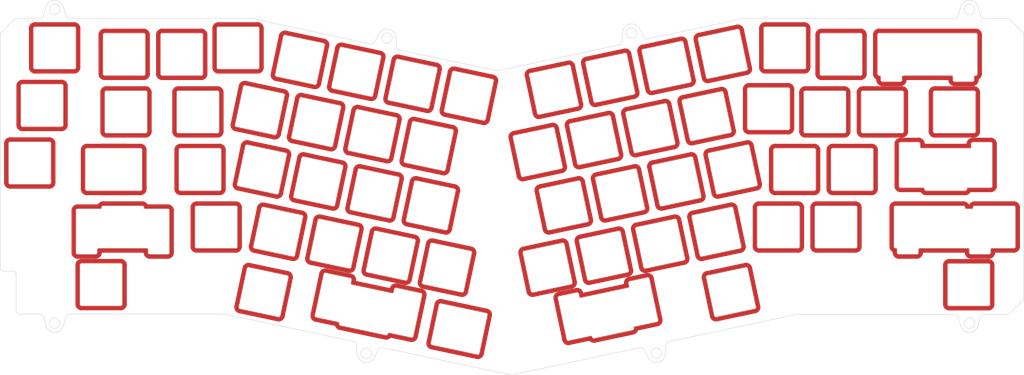
<source format=kicad_pcb>
(kicad_pcb (version 20221018) (generator pcbnew)
  (layers (0 "F.Cu" signal) (31 "B.Cu" signal) (34 "B.Paste" user) (35 "F.Paste" user) (36 "B.SilkS" user "B.Silkscreen") (37 "F.SilkS" user "F.Silkscreen") (38 "B.Mask" user) (39 "F.Mask" user) (44 "Edge.Cuts" user))
  (net 0 "")
  (footprint "MX_Plate_Cutouts:1u" (layer "F.Cu") (at 30.147792 54.706114)
    (fp_text reference "REF**")
    (fp_text value "1u")
    (fp_line (start -7 -6.5) (end -7 6.5) (stroke (width 0.15)) (layer "Edge.Cuts"))
    (fp_line (start -6.5 7) (end 6.499999 7) (stroke (width 0.15)) (layer "Edge.Cuts"))
    (fp_line (start 6.499999 -7) (end -6.5 -7) (stroke (width 0.15)) (layer "Edge.Cuts"))
    (fp_line (start 7 6.5) (end 7 -6.5) (stroke (width 0.15)) (layer "Edge.Cuts"))
    (fp_arc (start -7 -6.5) (mid -6.853553 -6.853553) (end -6.5 -7) (stroke (width 0.15)) (layer "Edge.Cuts"))
    (fp_arc (start -6.5 7) (mid -6.853553 6.853553) (end -7 6.5) (stroke (width 0.15)) (layer "Edge.Cuts"))
    (fp_arc (start 6.5 -7) (mid 6.853553 -6.853553) (end 7 -6.5) (stroke (width 0.15)) (layer "Edge.Cuts"))
    (fp_arc (start 7 6.500001) (mid 6.853553 6.853554) (end 6.499999 7) (stroke (width 0.15)) (layer "Edge.Cuts"))
  )
  (footprint "MX_Plate_Cutouts:CapsLock_Combo" (layer "F.Cu") (at 24.297792 92.806113)
    (fp_text reference "REF**")
    (fp_text value "CapsLock_Combo")
    (fp_line (start -7 -6.5) (end -7 6.5) (stroke (width 0.15)) (layer "Edge.Cuts"))
    (fp_line (start -6.5 7) (end 11.262499 7) (stroke (width 0.15)) (layer "Edge.Cuts"))
    (fp_line (start 11.262499 -7) (end -6.5 -7) (stroke (width 0.15)) (layer "Edge.Cuts"))
    (fp_line (start 11.7625 6.5) (end 11.7625 -6.5) (stroke (width 0.15)) (layer "Edge.Cuts"))
    (fp_arc (start -7 -6.5) (mid -6.853553 -6.853553) (end -6.5 -7) (stroke (width 0.15)) (layer "Edge.Cuts"))
    (fp_arc (start -6.5 7) (mid -6.853553 6.853553) (end -7 6.5) (stroke (width 0.15)) (layer "Edge.Cuts"))
    (fp_arc (start 11.2625 -7) (mid 11.616053 -6.853553) (end 11.7625 -6.5) (stroke (width 0.15)) (layer "Edge.Cuts"))
    (fp_arc (start 11.7625 6.500001) (mid 11.616053 6.853554) (end 11.262499 7) (stroke (width 0.15)) (layer "Edge.Cuts"))
  )
  (footprint "MX_Plate_Cutouts:2u_Split" (layer "F.Cu") (at 296.002793 54.706114)
    (fp_text reference "REF**")
    (fp_text value "2u_Split")
    (fp_line (start -16.500001 6.500001) (end -16.500001 -6.499999) (stroke (width 0.15)) (layer "Edge.Cuts"))
    (fp_line (start -16 -6.999999) (end 16.049999 -6.999999) (stroke (width 0.15)) (layer "Edge.Cuts"))
    (fp_line (start -15.413001 7.000001) (end -16 7.000001) (stroke (width 0.15)) (layer "Edge.Cuts"))
    (fp_line (start -15.413001 8.5) (end -15.413001 7.000001) (stroke (width 0.15)) (layer "Edge.Cuts"))
    (fp_line (start -8.913001 9) (end -14.913001 9) (stroke (width 0.15)) (layer "Edge.Cuts"))
    (fp_line (start -8.413001 7.000001) (end -8.413001 8.5) (stroke (width 0.15)) (layer "Edge.Cuts"))
    (fp_line (start 8.462999 7.000001) (end -8.413001 7.000001) (stroke (width 0.15)) (layer "Edge.Cuts"))
    (fp_line (start 8.462999 8.5) (end 8.462999 7.000001) (stroke (width 0.15)) (layer "Edge.Cuts"))
    (fp_line (start 14.962998 9) (end 8.962999 9) (stroke (width 0.15)) (layer "Edge.Cuts"))
    (fp_line (start 15.462998 7.000001) (end 15.462998 8.5) (stroke (width 0.15)) (layer "Edge.Cuts"))
    (fp_line (start 16.049998 7.000001) (end 15.462998 7.000001) (stroke (width 0.15)) (layer "Edge.Cuts"))
    (fp_line (start 16.549999 -6.499999) (end 16.549999 6.500001) (stroke (width 0.15)) (layer "Edge.Cuts"))
    (fp_arc (start -16.500001 -6.499998) (mid -16.353554 -6.853552) (end -16 -6.999999) (stroke (width 0.15)) (layer "Edge.Cuts"))
    (fp_arc (start -15.999999 7.000001) (mid -16.353553 6.853555) (end -16.500001 6.500001) (stroke (width 0.15)) (layer "Edge.Cuts"))
    (fp_arc (start -14.913001 9) (mid -15.266554 8.853553) (end -15.413001 8.5) (stroke (width 0.15)) (layer "Edge.Cuts"))
    (fp_arc (start -8.413001 8.5) (mid -8.559448 8.853553) (end -8.913001 9) (stroke (width 0.15)) (layer "Edge.Cuts"))
    (fp_arc (start 8.962999 9) (mid 8.609446 8.853553) (end 8.462999 8.5) (stroke (width 0.15)) (layer "Edge.Cuts"))
    (fp_arc (start 15.462998 8.5) (mid 15.316551 8.853553) (end 14.962998 9) (stroke (width 0.15)) (layer "Edge.Cuts"))
    (fp_arc (start 16.049997 -6.999999) (mid 16.403551 -6.853553) (end 16.549999 -6.499999) (stroke (width 0.15)) (layer "Edge.Cuts"))
    (fp_arc (start 16.549999 6.5) (mid 16.403552 6.853554) (end 16.049998 7.000001) (stroke (width 0.15)) (layer "Edge.Cuts"))
  )
  (footprint "MX_Plate_Cutouts:1u" (layer "F.Cu") (at 7.127793 52.566113)
    (fp_text reference "REF**")
    (fp_text value "1u")
    (fp_line (start -7 -6.5) (end -7 6.5) (stroke (width 0.15)) (layer "Edge.Cuts"))
    (fp_line (start -6.5 7) (end 6.499999 7) (stroke (width 0.15)) (layer "Edge.Cuts"))
    (fp_line (start 6.499999 -7) (end -6.5 -7) (stroke (width 0.15)) (layer "Edge.Cuts"))
    (fp_line (start 7 6.5) (end 7 -6.5) (stroke (width 0.15)) (layer "Edge.Cuts"))
    (fp_arc (start -7 -6.5) (mid -6.853553 -6.853553) (end -6.5 -7) (stroke (width 0.15)) (layer "Edge.Cuts"))
    (fp_arc (start -6.5 7) (mid -6.853553 6.853553) (end -7 6.5) (stroke (width 0.15)) (layer "Edge.Cuts"))
    (fp_arc (start 6.5 -7) (mid 6.853553 -6.853553) (end 7 -6.5) (stroke (width 0.15)) (layer "Edge.Cuts"))
    (fp_arc (start 7 6.500001) (mid 6.853553 6.853554) (end 6.499999 7) (stroke (width 0.15)) (layer "Edge.Cuts"))
  )
  (footprint "MX_Plate_Cutouts:1u" (layer "F.Cu") (at 2.967794 71.616112)
    (fp_text reference "REF**")
    (fp_text value "1u")
    (fp_line (start -7 -6.5) (end -7 6.5) (stroke (width 0.15)) (layer "Edge.Cuts"))
    (fp_line (start -6.5 7) (end 6.499999 7) (stroke (width 0.15)) (layer "Edge.Cuts"))
    (fp_line (start 6.499999 -7) (end -6.5 -7) (stroke (width 0.15)) (layer "Edge.Cuts"))
    (fp_line (start 7 6.5) (end 7 -6.5) (stroke (width 0.15)) (layer "Edge.Cuts"))
    (fp_arc (start -7 -6.5) (mid -6.853553 -6.853553) (end -6.5 -7) (stroke (width 0.15)) (layer "Edge.Cuts"))
    (fp_arc (start -6.5 7) (mid -6.853553 6.853553) (end -7 6.5) (stroke (width 0.15)) (layer "Edge.Cuts"))
    (fp_arc (start 6.5 -7) (mid 6.853553 -6.853553) (end 7 -6.5) (stroke (width 0.15)) (layer "Edge.Cuts"))
    (fp_arc (start 7 6.500001) (mid 6.853553 6.853554) (end 6.499999 7) (stroke (width 0.15)) (layer "Edge.Cuts"))
  )
  (footprint "MX_Plate_Cutouts:1u" (layer "F.Cu") (at -1.102208 90.666114)
    (fp_text reference "REF**")
    (fp_text value "1u")
    (fp_line (start -7 -6.5) (end -7 6.5) (stroke (width 0.15)) (layer "Edge.Cuts"))
    (fp_line (start -6.5 7) (end 6.499999 7) (stroke (width 0.15)) (layer "Edge.Cuts"))
    (fp_line (start 6.499999 -7) (end -6.5 -7) (stroke (width 0.15)) (layer "Edge.Cuts"))
    (fp_line (start 7 6.5) (end 7 -6.5) (stroke (width 0.15)) (layer "Edge.Cuts"))
    (fp_arc (start -7 -6.5) (mid -6.853553 -6.853553) (end -6.5 -7) (stroke (width 0.15)) (layer "Edge.Cuts"))
    (fp_arc (start -6.5 7) (mid -6.853553 6.853553) (end -7 6.5) (stroke (width 0.15)) (layer "Edge.Cuts"))
    (fp_arc (start 6.5 -7) (mid 6.853553 -6.853553) (end 7 -6.5) (stroke (width 0.15)) (layer "Edge.Cuts"))
    (fp_arc (start 7 6.500001) (mid 6.853553 6.853554) (end 6.499999 7) (stroke (width 0.15)) (layer "Edge.Cuts"))
  )
  (footprint "MX_Plate_Cutouts:1.5u" (layer "F.Cu") (at 30.747793 73.756115)
    (fp_text reference "REF**")
    (fp_text value "1.5u")
    (fp_line (start -7 -6.5) (end -7 6.5) (stroke (width 0.15)) (layer "Edge.Cuts"))
    (fp_line (start -6.5 7) (end 6.499999 7) (stroke (width 0.15)) (layer "Edge.Cuts"))
    (fp_line (start 6.499999 -7) (end -6.5 -7) (stroke (width 0.15)) (layer "Edge.Cuts"))
    (fp_line (start 7 6.5) (end 7 -6.5) (stroke (width 0.15)) (layer "Edge.Cuts"))
    (fp_arc (start -7 -6.5) (mid -6.853553 -6.853553) (end -6.5 -7) (stroke (width 0.15)) (layer "Edge.Cuts"))
    (fp_arc (start -6.5 7) (mid -6.853553 6.853553) (end -7 6.5) (stroke (width 0.15)) (layer "Edge.Cuts"))
    (fp_arc (start 6.5 -7) (mid 6.853553 -6.853553) (end 7 -6.5) (stroke (width 0.15)) (layer "Edge.Cuts"))
    (fp_arc (start 7 6.500001) (mid 6.853553 6.853554) (end 6.499999 7) (stroke (width 0.15)) (layer "Edge.Cuts"))
  )
  (footprint "MX_Plate_Cutouts:1.5u" (layer "F.Cu") (at 22.517793 130.906114)
    (fp_text reference "REF**")
    (fp_text value "1.5u")
    (fp_line (start -7 -6.5) (end -7 6.5) (stroke (width 0.15)) (layer "Edge.Cuts"))
    (fp_line (start -6.5 7) (end 6.499999 7) (stroke (width 0.15)) (layer "Edge.Cuts"))
    (fp_line (start 6.499999 -7) (end -6.5 -7) (stroke (width 0.15)) (layer "Edge.Cuts"))
    (fp_line (start 7 6.5) (end 7 -6.5) (stroke (width 0.15)) (layer "Edge.Cuts"))
    (fp_arc (start -7 -6.5) (mid -6.853553 -6.853553) (end -6.5 -7) (stroke (width 0.15)) (layer "Edge.Cuts"))
    (fp_arc (start -6.5 7) (mid -6.853553 6.853553) (end -7 6.5) (stroke (width 0.15)) (layer "Edge.Cuts"))
    (fp_arc (start 6.5 -7) (mid 6.853553 -6.853553) (end 7 -6.5) (stroke (width 0.15)) (layer "Edge.Cuts"))
    (fp_arc (start 7 6.500001) (mid 6.853553 6.853554) (end 6.499999 7) (stroke (width 0.15)) (layer "Edge.Cuts"))
  )
  (footprint "MX_Plate_Cutouts:1.5u" (layer "F.Cu") (at 304.937792 73.756113)
    (fp_text reference "REF**")
    (fp_text value "1.5u")
    (fp_line (start -7 -6.5) (end -7 6.5) (stroke (width 0.15)) (layer "Edge.Cuts"))
    (fp_line (start -6.5 7) (end 6.499999 7) (stroke (width 0.15)) (layer "Edge.Cuts"))
    (fp_line (start 6.499999 -7) (end -6.5 -7) (stroke (width 0.15)) (layer "Edge.Cuts"))
    (fp_line (start 7 6.5) (end 7 -6.5) (stroke (width 0.15)) (layer "Edge.Cuts"))
    (fp_arc (start -7 -6.5) (mid -6.853553 -6.853553) (end -6.5 -7) (stroke (width 0.15)) (layer "Edge.Cuts"))
    (fp_arc (start -6.5 7) (mid -6.853553 6.853553) (end -7 6.5) (stroke (width 0.15)) (layer "Edge.Cuts"))
    (fp_arc (start 6.5 -7) (mid 6.853553 -6.853553) (end 7 -6.5) (stroke (width 0.15)) (layer "Edge.Cuts"))
    (fp_arc (start 7 6.500001) (mid 6.853553 6.853554) (end 6.499999 7) (stroke (width 0.15)) (layer "Edge.Cuts"))
  )
  (footprint "MX_Plate_Cutouts:1.5u" (layer "F.Cu") (at 309.693393 130.954115)
    (fp_text reference "REF**")
    (fp_text value "1.5u")
    (fp_line (start -7 -6.5) (end -7 6.5) (stroke (width 0.15)) (layer "Edge.Cuts"))
    (fp_line (start -6.5 7) (end 6.499999 7) (stroke (width 0.15)) (layer "Edge.Cuts"))
    (fp_line (start 6.499999 -7) (end -6.5 -7) (stroke (width 0.15)) (layer "Edge.Cuts"))
    (fp_line (start 7 6.5) (end 7 -6.5) (stroke (width 0.15)) (layer "Edge.Cuts"))
    (fp_arc (start -7 -6.5) (mid -6.853553 -6.853553) (end -6.5 -7) (stroke (width 0.15)) (layer "Edge.Cuts"))
    (fp_arc (start -6.5 7) (mid -6.853553 6.853553) (end -7 6.5) (stroke (width 0.15)) (layer "Edge.Cuts"))
    (fp_arc (start 6.5 -7) (mid 6.853553 -6.853553) (end 7 -6.5) (stroke (width 0.15)) (layer "Edge.Cuts"))
    (fp_arc (start 7 6.500001) (mid 6.853553 6.853554) (end 6.499999 7) (stroke (width 0.15)) (layer "Edge.Cuts"))
  )
  (footprint "MX_Plate_Cutouts:2.25u" (layer "F.Cu") (at 29.657794 111.856115)
    (fp_text reference "REF**")
    (fp_text value "2.25u")
    (fp_line (start -15.438 -5.5) (end -15.438 8.499999) (stroke (width 0.15)) (layer "Edge.Cuts"))
    (fp_line (start -14.938 8.999999) (end -8.938 8.999999) (stroke (width 0.15)) (layer "Edge.Cuts"))
    (fp_line (start -8.438 7) (end -6.5 7) (stroke (width 0.15)) (layer "Edge.Cuts"))
    (fp_line (start -8.438 8.499999) (end -8.438 7) (stroke (width 0.15)) (layer "Edge.Cuts"))
    (fp_line (start -7 -6.5) (end -7 -6) (stroke (width 0.15)) (layer "Edge.Cuts"))
    (fp_line (start -7 -6) (end -14.938 -6) (stroke (width 0.15)) (layer "Edge.Cuts"))
    (fp_line (start -6.5 7) (end 6.499999 7) (stroke (width 0.15)) (layer "Edge.Cuts"))
    (fp_line (start 6.499999 7) (end 8.438 7) (stroke (width 0.15)) (layer "Edge.Cuts"))
    (fp_line (start 6.5 -7) (end -6.5 -7) (stroke (width 0.15)) (layer "Edge.Cuts"))
    (fp_line (start 7 -6) (end 7 -6.5) (stroke (width 0.15)) (layer "Edge.Cuts"))
    (fp_line (start 8.438 7) (end 8.438 8.499999) (stroke (width 0.15)) (layer "Edge.Cuts"))
    (fp_line (start 8.938 8.999999) (end 14.938 8.999999) (stroke (width 0.15)) (layer "Edge.Cuts"))
    (fp_line (start 14.938 -6) (end 7 -6) (stroke (width 0.15)) (layer "Edge.Cuts"))
    (fp_line (start 15.437999 8.499999) (end 15.438 -5.5) (stroke (width 0.15)) (layer "Edge.Cuts"))
    (fp_arc (start -15.438 -5.5) (mid -15.291553 -5.853553) (end -14.938 -6) (stroke (width 0.15)) (layer "Edge.Cuts"))
    (fp_arc (start -14.938 8.999999) (mid -15.291553 8.853552) (end -15.438 8.499999) (stroke (width 0.15)) (layer "Edge.Cuts"))
    (fp_arc (start -8.438 8.499999) (mid -8.584447 8.853552) (end -8.938 8.999999) (stroke (width 0.15)) (layer "Edge.Cuts"))
    (fp_arc (start -7 -6.5) (mid -6.853553 -6.853553) (end -6.5 -7) (stroke (width 0.15)) (layer "Edge.Cuts"))
    (fp_arc (start 6.499999 -7.000001) (mid 6.853553 -6.853554) (end 7 -6.5) (stroke (width 0.15)) (layer "Edge.Cuts"))
    (fp_arc (start 8.938 8.999999) (mid 8.584447 8.853552) (end 8.438 8.499999) (stroke (width 0.15)) (layer "Edge.Cuts"))
    (fp_arc (start 14.937999 -6.000001) (mid 15.291553 -5.853554) (end 15.438 -5.5) (stroke (width 0.15)) (layer "Edge.Cuts"))
    (fp_arc (start 15.437999 8.5) (mid 15.291553 8.853553) (end 14.938 8.999999) (stroke (width 0.15)) (layer "Edge.Cuts"))
  )
  (footprint "MX_Plate_Cutouts:2.25u_ReversedStabilizers" (layer "F.Cu") (at 302.057792 92.806114)
    (fp_text reference "REF**")
    (fp_text value "2.25u_ReversedStabilizers")
    (fp_line (start -15.437999 -8.499999) (end -15.438 5.5) (stroke (width 0.15)) (layer "Edge.Cuts"))
    (fp_line (start -14.938 6) (end -7 6) (stroke (width 0.15)) (layer "Edge.Cuts"))
    (fp_line (start -8.938 -8.999999) (end -14.938 -8.999999) (stroke (width 0.15)) (layer "Edge.Cuts"))
    (fp_line (start -8.438 -7) (end -8.438 -8.499999) (stroke (width 0.15)) (layer "Edge.Cuts"))
    (fp_line (start -7 6) (end -7 6.5) (stroke (width 0.15)) (layer "Edge.Cuts"))
    (fp_line (start -6.5 7) (end 6.5 7) (stroke (width 0.15)) (layer "Edge.Cuts"))
    (fp_line (start -6.499999 -7) (end -8.438 -7) (stroke (width 0.15)) (layer "Edge.Cuts"))
    (fp_line (start 6.5 -7) (end -6.499999 -7) (stroke (width 0.15)) (layer "Edge.Cuts"))
    (fp_line (start 7 6) (end 14.938 6) (stroke (width 0.15)) (layer "Edge.Cuts"))
    (fp_line (start 7 6.5) (end 7 6) (stroke (width 0.15)) (layer "Edge.Cuts"))
    (fp_line (start 8.438 -8.499999) (end 8.438 -7) (stroke (width 0.15)) (layer "Edge.Cuts"))
    (fp_line (start 8.438 -7) (end 6.5 -7) (stroke (width 0.15)) (layer "Edge.Cuts"))
    (fp_line (start 14.938 -8.999999) (end 8.938 -8.999999) (stroke (width 0.15)) (layer "Edge.Cuts"))
    (fp_line (start 15.438 5.5) (end 15.438 -8.499999) (stroke (width 0.15)) (layer "Edge.Cuts"))
    (fp_arc (start -15.437999 -8.5) (mid -15.291553 -8.853553) (end -14.938 -8.999999) (stroke (width 0.15)) (layer "Edge.Cuts"))
    (fp_arc (start -14.937999 6.000001) (mid -15.291553 5.853554) (end -15.438 5.5) (stroke (width 0.15)) (layer "Edge.Cuts"))
    (fp_arc (start -8.938 -8.999999) (mid -8.584447 -8.853552) (end -8.438 -8.499999) (stroke (width 0.15)) (layer "Edge.Cuts"))
    (fp_arc (start -6.499999 7.000001) (mid -6.853553 6.853554) (end -7 6.5) (stroke (width 0.15)) (layer "Edge.Cuts"))
    (fp_arc (start 7 6.5) (mid 6.853553 6.853553) (end 6.5 7) (stroke (width 0.15)) (layer "Edge.Cuts"))
    (fp_arc (start 8.438 -8.499999) (mid 8.584447 -8.853552) (end 8.938 -8.999999) (stroke (width 0.15)) (layer "Edge.Cuts"))
    (fp_arc (start 14.938 -8.999999) (mid 15.291553 -8.853552) (end 15.438 -8.499999) (stroke (width 0.15)) (layer "Edge.Cuts"))
    (fp_arc (start 15.438 5.5) (mid 15.291553 5.853553) (end 14.938 6) (stroke (width 0.15)) (layer "Edge.Cuts"))
  )
  (footprint "MX_Plate_Cutouts:1u" (layer "F.Cu") (at 49.197792 54.706114)
    (fp_text reference "REF**")
    (fp_text value "1u")
    (fp_line (start -7 -6.5) (end -7 6.5) (stroke (width 0.15)) (layer "Edge.Cuts"))
    (fp_line (start -6.5 7) (end 6.499999 7) (stroke (width 0.15)) (layer "Edge.Cuts"))
    (fp_line (start 6.499999 -7) (end -6.5 -7) (stroke (width 0.15)) (layer "Edge.Cuts"))
    (fp_line (start 7 6.5) (end 7 -6.5) (stroke (width 0.15)) (layer "Edge.Cuts"))
    (fp_arc (start -7 -6.5) (mid -6.853553 -6.853553) (end -6.5 -7) (stroke (width 0.15)) (layer "Edge.Cuts"))
    (fp_arc (start -6.5 7) (mid -6.853553 6.853553) (end -7 6.5) (stroke (width 0.15)) (layer "Edge.Cuts"))
    (fp_arc (start 6.5 -7) (mid 6.853553 -6.853553) (end 7 -6.5) (stroke (width 0.15)) (layer "Edge.Cuts"))
    (fp_arc (start 7 6.500001) (mid 6.853553 6.853554) (end 6.499999 7) (stroke (width 0.15)) (layer "Edge.Cuts"))
  )
  (footprint "MX_Plate_Cutouts:1u" (layer "F.Cu") (at 54.557793 73.756113)
    (fp_text reference "REF**")
    (fp_text value "1u")
    (fp_line (start -7 -6.5) (end -7 6.5) (stroke (width 0.15)) (layer "Edge.Cuts"))
    (fp_line (start -6.5 7) (end 6.499999 7) (stroke (width 0.15)) (layer "Edge.Cuts"))
    (fp_line (start 6.499999 -7) (end -6.5 -7) (stroke (width 0.15)) (layer "Edge.Cuts"))
    (fp_line (start 7 6.5) (end 7 -6.5) (stroke (width 0.15)) (layer "Edge.Cuts"))
    (fp_arc (start -7 -6.5) (mid -6.853553 -6.853553) (end -6.5 -7) (stroke (width 0.15)) (layer "Edge.Cuts"))
    (fp_arc (start -6.5 7) (mid -6.853553 6.853553) (end -7 6.5) (stroke (width 0.15)) (layer "Edge.Cuts"))
    (fp_arc (start 6.5 -7) (mid 6.853553 -6.853553) (end 7 -6.5) (stroke (width 0.15)) (layer "Edge.Cuts"))
    (fp_arc (start 7 6.500001) (mid 6.853553 6.853554) (end 6.499999 7) (stroke (width 0.15)) (layer "Edge.Cuts"))
  )
  (footprint "MX_Plate_Cutouts:1u" (layer "F.Cu") (at 55.257792 92.806114)
    (fp_text reference "REF**")
    (fp_text value "1u")
    (fp_line (start -7 -6.5) (end -7 6.5) (stroke (width 0.15)) (layer "Edge.Cuts"))
    (fp_line (start -6.5 7) (end 6.499999 7) (stroke (width 0.15)) (layer "Edge.Cuts"))
    (fp_line (start 6.499999 -7) (end -6.5 -7) (stroke (width 0.15)) (layer "Edge.Cuts"))
    (fp_line (start 7 6.5) (end 7 -6.5) (stroke (width 0.15)) (layer "Edge.Cuts"))
    (fp_arc (start -7 -6.5) (mid -6.853553 -6.853553) (end -6.5 -7) (stroke (width 0.15)) (layer "Edge.Cuts"))
    (fp_arc (start -6.5 7) (mid -6.853553 6.853553) (end -7 6.5) (stroke (width 0.15)) (layer "Edge.Cuts"))
    (fp_arc (start 6.5 -7) (mid 6.853553 -6.853553) (end 7 -6.5) (stroke (width 0.15)) (layer "Edge.Cuts"))
    (fp_arc (start 7 6.500001) (mid 6.853553 6.853554) (end 6.499999 7) (stroke (width 0.15)) (layer "Edge.Cuts"))
  )
  (footprint "MX_Plate_Cutouts:1u" (layer "F.Cu") (at 60.607791 111.856113)
    (fp_text reference "REF**")
    (fp_text value "1u")
    (fp_line (start -7 -6.5) (end -7 6.5) (stroke (width 0.15)) (layer "Edge.Cuts"))
    (fp_line (start -6.5 7) (end 6.499999 7) (stroke (width 0.15)) (layer "Edge.Cuts"))
    (fp_line (start 6.499999 -7) (end -6.5 -7) (stroke (width 0.15)) (layer "Edge.Cuts"))
    (fp_line (start 7 6.5) (end 7 -6.5) (stroke (width 0.15)) (layer "Edge.Cuts"))
    (fp_arc (start -7 -6.5) (mid -6.853553 -6.853553) (end -6.5 -7) (stroke (width 0.15)) (layer "Edge.Cuts"))
    (fp_arc (start -6.5 7) (mid -6.853553 6.853553) (end -7 6.5) (stroke (width 0.15)) (layer "Edge.Cuts"))
    (fp_arc (start 6.5 -7) (mid 6.853553 -6.853553) (end 7 -6.5) (stroke (width 0.15)) (layer "Edge.Cuts"))
    (fp_arc (start 7 6.500001) (mid 6.853553 6.853554) (end 6.499999 7) (stroke (width 0.15)) (layer "Edge.Cuts"))
  )
  (footprint "MX_Plate_Cutouts:1u" (layer "F.Cu") (at 170.296657 125.298267 12)
    (fp_text reference "REF**")
    (fp_text value "1u")
    (fp_line (start -7 -6.5) (end -7 6.5) (stroke (width 0.15)) (layer "Edge.Cuts"))
    (fp_line (start -6.5 7) (end 6.499999 7) (stroke (width 0.15)) (layer "Edge.Cuts"))
    (fp_line (start 6.499999 -7) (end -6.5 -7) (stroke (width 0.15)) (layer "Edge.Cuts"))
    (fp_line (start 7 6.5) (end 7 -6.5) (stroke (width 0.15)) (layer "Edge.Cuts"))
    (fp_arc (start -7 -6.5) (mid -6.853554 -6.853553) (end -6.5 -7) (stroke (width 0.15)) (layer "Edge.Cuts"))
    (fp_arc (start -6.5 7) (mid -6.853553 6.853554) (end -7 6.5) (stroke (width 0.15)) (layer "Edge.Cuts"))
    (fp_arc (start 6.5 -7) (mid 6.853553 -6.853554) (end 7 -6.5) (stroke (width 0.15)) (layer "Edge.Cuts"))
    (fp_arc (start 7 6.500001) (mid 6.853553 6.853554) (end 6.499999 7) (stroke (width 0.15)) (layer "Edge.Cuts"))
  )
  (footprint "MX_Plate_Cutouts:1u" (layer "F.Cu") (at 188.930369 121.337549 12)
    (fp_text reference "REF**")
    (fp_text value "1u")
    (fp_line (start -7 -6.5) (end -7 6.5) (stroke (width 0.15)) (layer "Edge.Cuts"))
    (fp_line (start -6.5 7) (end 6.499999 7) (stroke (width 0.15)) (layer "Edge.Cuts"))
    (fp_line (start 6.499999 -7) (end -6.5 -7) (stroke (width 0.15)) (layer "Edge.Cuts"))
    (fp_line (start 7 6.5) (end 7 -6.5) (stroke (width 0.15)) (layer "Edge.Cuts"))
    (fp_arc (start -7 -6.5) (mid -6.853554 -6.853553) (end -6.5 -7) (stroke (width 0.15)) (layer "Edge.Cuts"))
    (fp_arc (start -6.5 7) (mid -6.853553 6.853554) (end -7 6.5) (stroke (width 0.15)) (layer "Edge.Cuts"))
    (fp_arc (start 6.5 -7) (mid 6.853553 -6.853554) (end 7 -6.5) (stroke (width 0.15)) (layer "Edge.Cuts"))
    (fp_arc (start 7 6.500001) (mid 6.853553 6.853554) (end 6.499999 7) (stroke (width 0.15)) (layer "Edge.Cuts"))
  )
  (footprint "MX_Plate_Cutouts:1u" (layer "F.Cu") (at 226.19779 113.416115 12)
    (fp_text reference "REF**")
    (fp_text value "1u")
    (fp_line (start -7 -6.5) (end -7 6.5) (stroke (width 0.15)) (layer "Edge.Cuts"))
    (fp_line (start -6.5 7) (end 6.499999 7) (stroke (width 0.15)) (layer "Edge.Cuts"))
    (fp_line (start 6.499999 -7) (end -6.5 -7) (stroke (width 0.15)) (layer "Edge.Cuts"))
    (fp_line (start 7 6.5) (end 7 -6.5) (stroke (width 0.15)) (layer "Edge.Cuts"))
    (fp_arc (start -7 -6.5) (mid -6.853554 -6.853553) (end -6.5 -7) (stroke (width 0.15)) (layer "Edge.Cuts"))
    (fp_arc (start -6.5 7) (mid -6.853553 6.853554) (end -7 6.5) (stroke (width 0.15)) (layer "Edge.Cuts"))
    (fp_arc (start 6.5 -7) (mid 6.853553 -6.853554) (end 7 -6.5) (stroke (width 0.15)) (layer "Edge.Cuts"))
    (fp_arc (start 7 6.500001) (mid 6.853553 6.853554) (end 6.499999 7) (stroke (width 0.15)) (layer "Edge.Cuts"))
  )
  (footprint "MX_Plate_Cutouts:1u" (layer "F.Cu") (at 207.564082 117.376833 12)
    (fp_text reference "REF**")
    (fp_text value "1u")
    (fp_line (start -7 -6.5) (end -7 6.5) (stroke (width 0.15)) (layer "Edge.Cuts"))
    (fp_line (start -6.5 7) (end 6.499999 7) (stroke (width 0.15)) (layer "Edge.Cuts"))
    (fp_line (start 6.499999 -7) (end -6.5 -7) (stroke (width 0.15)) (layer "Edge.Cuts"))
    (fp_line (start 7 6.5) (end 7 -6.5) (stroke (width 0.15)) (layer "Edge.Cuts"))
    (fp_arc (start -7 -6.5) (mid -6.853554 -6.853553) (end -6.5 -7) (stroke (width 0.15)) (layer "Edge.Cuts"))
    (fp_arc (start -6.5 7) (mid -6.853553 6.853554) (end -7 6.5) (stroke (width 0.15)) (layer "Edge.Cuts"))
    (fp_arc (start 6.5 -7) (mid 6.853553 -6.853554) (end 7 -6.5) (stroke (width 0.15)) (layer "Edge.Cuts"))
    (fp_arc (start 7 6.500001) (mid 6.853553 6.853554) (end 6.499999 7) (stroke (width 0.15)) (layer "Edge.Cuts"))
  )
  (footprint "MX_Plate_Cutouts:1u" (layer "F.Cu") (at 228.297793 54.546115 12)
    (fp_text reference "REF**")
    (fp_text value "1u")
    (fp_line (start -7 -6.5) (end -7 6.5) (stroke (width 0.15)) (layer "Edge.Cuts"))
    (fp_line (start -6.5 7) (end 6.499999 7) (stroke (width 0.15)) (layer "Edge.Cuts"))
    (fp_line (start 6.499999 -7) (end -6.5 -7) (stroke (width 0.15)) (layer "Edge.Cuts"))
    (fp_line (start 7 6.5) (end 7 -6.5) (stroke (width 0.15)) (layer "Edge.Cuts"))
    (fp_arc (start -7 -6.5) (mid -6.853554 -6.853553) (end -6.5 -7) (stroke (width 0.15)) (layer "Edge.Cuts"))
    (fp_arc (start -6.5 7) (mid -6.853553 6.853554) (end -7 6.5) (stroke (width 0.15)) (layer "Edge.Cuts"))
    (fp_arc (start 6.5 -7) (mid 6.853553 -6.853554) (end 7 -6.5) (stroke (width 0.15)) (layer "Edge.Cuts"))
    (fp_arc (start 7 6.500001) (mid 6.853553 6.853554) (end 6.499999 7) (stroke (width 0.15)) (layer "Edge.Cuts"))
  )
  (footprint "MX_Plate_Cutouts:1u" (layer "F.Cu") (at 209.664079 58.506831 12)
    (fp_text reference "REF**")
    (fp_text value "1u")
    (fp_line (start -7 -6.5) (end -7 6.5) (stroke (width 0.15)) (layer "Edge.Cuts"))
    (fp_line (start -6.5 7) (end 6.499999 7) (stroke (width 0.15)) (layer "Edge.Cuts"))
    (fp_line (start 6.499999 -7) (end -6.5 -7) (stroke (width 0.15)) (layer "Edge.Cuts"))
    (fp_line (start 7 6.5) (end 7 -6.5) (stroke (width 0.15)) (layer "Edge.Cuts"))
    (fp_arc (start -7 -6.5) (mid -6.853554 -6.853553) (end -6.5 -7) (stroke (width 0.15)) (layer "Edge.Cuts"))
    (fp_arc (start -6.5 7) (mid -6.853553 6.853554) (end -7 6.5) (stroke (width 0.15)) (layer "Edge.Cuts"))
    (fp_arc (start 6.5 -7) (mid 6.853553 -6.853554) (end 7 -6.5) (stroke (width 0.15)) (layer "Edge.Cuts"))
    (fp_arc (start 7 6.500001) (mid 6.853553 6.853554) (end 6.499999 7) (stroke (width 0.15)) (layer "Edge.Cuts"))
  )
  (footprint "MX_Plate_Cutouts:1u" (layer "F.Cu") (at 191.030367 62.46755 12)
    (fp_text reference "REF**")
    (fp_text value "1u")
    (fp_line (start -7 -6.5) (end -7 6.5) (stroke (width 0.15)) (layer "Edge.Cuts"))
    (fp_line (start -6.5 7) (end 6.499999 7) (stroke (width 0.15)) (layer "Edge.Cuts"))
    (fp_line (start 6.499999 -7) (end -6.5 -7) (stroke (width 0.15)) (layer "Edge.Cuts"))
    (fp_line (start 7 6.5) (end 7 -6.5) (stroke (width 0.15)) (layer "Edge.Cuts"))
    (fp_arc (start -7 -6.5) (mid -6.853554 -6.853553) (end -6.5 -7) (stroke (width 0.15)) (layer "Edge.Cuts"))
    (fp_arc (start -6.5 7) (mid -6.853553 6.853554) (end -7 6.5) (stroke (width 0.15)) (layer "Edge.Cuts"))
    (fp_arc (start 6.5 -7) (mid 6.853553 -6.853554) (end 7 -6.5) (stroke (width 0.15)) (layer "Edge.Cuts"))
    (fp_arc (start 7 6.500001) (mid 6.853553 6.853554) (end 6.499999 7) (stroke (width 0.15)) (layer "Edge.Cuts"))
  )
  (footprint "MX_Plate_Cutouts:1u" (layer "F.Cu") (at 172.396657 66.428269 12)
    (fp_text reference "REF**")
    (fp_text value "1u")
    (fp_line (start -7 -6.5) (end -7 6.5) (stroke (width 0.15)) (layer "Edge.Cuts"))
    (fp_line (start -6.5 7) (end 6.499999 7) (stroke (width 0.15)) (layer "Edge.Cuts"))
    (fp_line (start 6.499999 -7) (end -6.5 -7) (stroke (width 0.15)) (layer "Edge.Cuts"))
    (fp_line (start 7 6.5) (end 7 -6.5) (stroke (width 0.15)) (layer "Edge.Cuts"))
    (fp_arc (start -7 -6.5) (mid -6.853554 -6.853553) (end -6.5 -7) (stroke (width 0.15)) (layer "Edge.Cuts"))
    (fp_arc (start -6.5 7) (mid -6.853553 6.853554) (end -7 6.5) (stroke (width 0.15)) (layer "Edge.Cuts"))
    (fp_arc (start 6.5 -7) (mid 6.853553 -6.853554) (end 7 -6.5) (stroke (width 0.15)) (layer "Edge.Cuts"))
    (fp_arc (start 7 6.500001) (mid 6.853553 6.853554) (end 6.499999 7) (stroke (width 0.15)) (layer "Edge.Cuts"))
  )
  (footprint "MX_Plate_Cutouts:Alice_LH_Spacebar" (layer "F.Cu") (at 111.874791 139.442114 -12)
    (fp_text reference "REF**")
    (fp_text value "Alice_LH_Spacebar")
    (fp_line (start -17.819249 -8.499999) (end -17.81925 5.5) (stroke (width 0.15)) (layer "Edge.Cuts"))
    (fp_line (start -17.31925 6) (end -9.38125 6) (stroke (width 0.15)) (layer "Edge.Cuts"))
    (fp_line (start -9.38125 6) (end -9.38125 6.5) (stroke (width 0.15)) (layer "Edge.Cuts"))
    (fp_line (start -8.938 -8.999999) (end -17.31925 -8.999999) (stroke (width 0.15)) (layer "Edge.Cuts"))
    (fp_line (start -8.88125 7) (end 6.5 7) (stroke (width 0.15)) (layer "Edge.Cuts"))
    (fp_line (start -8.438 -7) (end -8.438 -8.499999) (stroke (width 0.15)) (layer "Edge.Cuts"))
    (fp_line (start 6.05675 -8.499999) (end 6.05675 -7) (stroke (width 0.15)) (layer "Edge.Cuts"))
    (fp_line (start 6.05675 -7) (end -8.438 -7) (stroke (width 0.15)) (layer "Edge.Cuts"))
    (fp_line (start 7 6) (end 14.938 6) (stroke (width 0.15)) (layer "Edge.Cuts"))
    (fp_line (start 7 6.5) (end 7 6) (stroke (width 0.15)) (layer "Edge.Cuts"))
    (fp_line (start 14.938 -8.999999) (end 6.55675 -8.999999) (stroke (width 0.15)) (layer "Edge.Cuts"))
    (fp_line (start 15.438 5.5) (end 15.438 -8.499999) (stroke (width 0.15)) (layer "Edge.Cuts"))
    (fp_arc (start -17.819249 -8.5) (mid -17.672803 -8.853552) (end -17.31925 -8.999999) (stroke (width 0.15)) (layer "Edge.Cuts"))
    (fp_arc (start -17.319249 6.000001) (mid -17.672803 5.853554) (end -17.81925 5.5) (stroke (width 0.15)) (layer "Edge.Cuts"))
    (fp_arc (start -8.938 -8.999999) (mid -8.584447 -8.853552) (end -8.438 -8.499999) (stroke (width 0.15)) (layer "Edge.Cuts"))
    (fp_arc (start -8.881249 7.000001) (mid -9.234803 6.853554) (end -9.38125 6.5) (stroke (width 0.15)) (layer "Edge.Cuts"))
    (fp_arc (start 6.05675 -8.499999) (mid 6.203197 -8.853553) (end 6.55675 -8.999999) (stroke (width 0.15)) (layer "Edge.Cuts"))
    (fp_arc (start 7 6.5) (mid 6.853554 6.853553) (end 6.5 7) (stroke (width 0.15)) (layer "Edge.Cuts"))
    (fp_arc (start 14.938 -8.999999) (mid 15.291553 -8.853552) (end 15.438 -8.499999) (stroke (width 0.15)) (layer "Edge.Cuts"))
    (fp_arc (start 15.438 5.5) (mid 15.291553 5.853554) (end 14.938 6) (stroke (width 0.15)) (layer "Edge.Cuts"))
  )
  (footprint "MX_Plate_Cutouts:Alice_LH_Macro" (layer "F.Cu") (at 139.866791 145.367113 -12)
    (fp_text reference "REF**")
    (fp_text value "Alice_LH_Macro")
    (fp_line (start -7 -6.5) (end -7 6.5) (stroke (width 0.15)) (layer "Edge.Cuts"))
    (fp_line (start -6.5 7) (end 8.881249 7) (stroke (width 0.15)) (layer "Edge.Cuts"))
    (fp_line (start 8.881249 -7) (end -6.5 -7) (stroke (width 0.15)) (layer "Edge.Cuts"))
    (fp_line (start 9.38125 6.5) (end 9.38125 -6.5) (stroke (width 0.15)) (layer "Edge.Cuts"))
    (fp_arc (start -7 -6.5) (mid -6.853554 -6.853553) (end -6.5 -7) (stroke (width 0.15)) (layer "Edge.Cuts"))
    (fp_arc (start -6.5 7) (mid -6.853553 6.853554) (end -7 6.5) (stroke (width 0.15)) (layer "Edge.Cuts"))
    (fp_arc (start 8.88125 -7) (mid 9.234803 -6.853553) (end 9.38125 -6.5) (stroke (width 0.15)) (layer "Edge.Cuts"))
    (fp_arc (start 9.38125 6.500001) (mid 9.234803 6.853554) (end 8.881249 7) (stroke (width 0.15)) (layer "Edge.Cuts"))
  )
  (footprint "MX_Plate_Cutouts:SplitRightShift" (layer "F.Cu") (at 301.467791 111.856114)
    (fp_text reference "REF**")
    (fp_text value "SplitRightShift")
    (fp_line (start -16.525 6.5) (end -16.525 -6.5) (stroke (width 0.15)) (layer "Edge.Cuts"))
    (fp_line (start -16.025 -7) (end 6.499999 -6.999999) (stroke (width 0.15)) (layer "Edge.Cuts"))
    (fp_line (start -15.438 7) (end -16.025 7) (stroke (width 0.15)) (layer "Edge.Cuts"))
    (fp_line (start -15.438 8.5) (end -15.438 7) (stroke (width 0.15)) (layer "Edge.Cuts"))
    (fp_line (start -8.938 9) (end -14.938 9) (stroke (width 0.15)) (layer "Edge.Cuts"))
    (fp_line (start -8.438 7) (end -8.438 8.5) (stroke (width 0.15)) (layer "Edge.Cuts"))
    (fp_line (start 6.999999 -6.5) (end 6.999999 -6) (stroke (width 0.15)) (layer "Edge.Cuts"))
    (fp_line (start 6.999999 -6) (end 9.66875 -6) (stroke (width 0.15)) (layer "Edge.Cuts"))
    (fp_line (start 8.438 6.999999) (end -8.438 7) (stroke (width 0.15)) (layer "Edge.Cuts"))
    (fp_line (start 8.438 8.5) (end 8.438 6.999999) (stroke (width 0.15)) (layer "Edge.Cuts"))
    (fp_line (start 9.66875 -6) (end 9.668749 -6.5) (stroke (width 0.15)) (layer "Edge.Cuts"))
    (fp_line (start 10.168749 -7) (end 23.16875 -6.999999) (stroke (width 0.15)) (layer "Edge.Cuts"))
    (fp_line (start 14.937999 9) (end 8.938 8.999999) (stroke (width 0.15)) (layer "Edge.Cuts"))
    (fp_line (start 15.437999 6.999999) (end 15.437999 8.5) (stroke (width 0.15)) (layer "Edge.Cuts"))
    (fp_line (start 23.16875 6.999999) (end 15.437999 6.999999) (stroke (width 0.15)) (layer "Edge.Cuts"))
    (fp_line (start 23.66875 -6.5) (end 23.66875 6.5) (stroke (width 0.15)) (layer "Edge.Cuts"))
    (fp_arc (start -16.525 -6.5) (mid -16.378553 -6.853553) (end -16.025 -7) (stroke (width 0.15)) (layer "Edge.Cuts"))
    (fp_arc (start -16.025 7) (mid -16.378553 6.853553) (end -16.525 6.5) (stroke (width 0.15)) (layer "Edge.Cuts"))
    (fp_arc (start -14.938 9) (mid -15.291553 8.853553) (end -15.438 8.5) (stroke (width 0.15)) (layer "Edge.Cuts"))
    (fp_arc (start -8.438 8.5) (mid -8.584447 8.853553) (end -8.938 9) (stroke (width 0.15)) (layer "Edge.Cuts"))
    (fp_arc (start 6.499999 -7) (mid 6.853552 -6.853553) (end 6.999999 -6.5) (stroke (width 0.15)) (layer "Edge.Cuts"))
    (fp_arc (start 8.938 9) (mid 8.584447 8.853553) (end 8.438 8.5) (stroke (width 0.15)) (layer "Edge.Cuts"))
    (fp_arc (start 9.668749 -6.5) (mid 9.815196 -6.853553) (end 10.168749 -7) (stroke (width 0.15)) (layer "Edge.Cuts"))
    (fp_arc (start 15.437999 8.5) (mid 15.291552 8.853553) (end 14.937999 9) (stroke (width 0.15)) (layer "Edge.Cuts"))
    (fp_arc (start 23.168749 -6.999999) (mid 23.522303 -6.853553) (end 23.66875 -6.5) (stroke (width 0.15)) (layer "Edge.Cuts"))
    (fp_arc (start 23.66875 6.499999) (mid 23.522303 6.853552) (end 23.16875 6.999999) (stroke (width 0.15)) (layer "Edge.Cuts"))
  )
  (footprint "MX_Plate_Cutouts:2.75u_ReversedStabilizers" (layer "F.Cu") (at 190.597392 140.466115 12)
    (fp_text reference "REF**")
    (fp_text value "2.75u_ReversedStabilizers")
    (fp_line (start -15.437999 -8.499999) (end -15.438 5.5) (stroke (width 0.15)) (layer "Edge.Cuts"))
    (fp_line (start -14.938 6) (end -7 6) (stroke (width 0.15)) (layer "Edge.Cuts"))
    (fp_line (start -8.938 -8.999999) (end -14.938 -8.999999) (stroke (width 0.15)) (layer "Edge.Cuts"))
    (fp_line (start -8.438 -7) (end -8.438 -8.499999) (stroke (width 0.15)) (layer "Edge.Cuts"))
    (fp_line (start -7 6) (end -7 6.5) (stroke (width 0.15)) (layer "Edge.Cuts"))
    (fp_line (start -6.5 7) (end 6.5 7) (stroke (width 0.15)) (layer "Edge.Cuts"))
    (fp_line (start -6.499999 -7) (end -8.438 -7) (stroke (width 0.15)) (layer "Edge.Cuts"))
    (fp_line (start 6.5 -7) (end -6.499999 -7) (stroke (width 0.15)) (layer "Edge.Cuts"))
    (fp_line (start 7 6) (end 14.938 6) (stroke (width 0.15)) (layer "Edge.Cuts"))
    (fp_line (start 7 6.5) (end 7 6) (stroke (width 0.15)) (layer "Edge.Cuts"))
    (fp_line (start 8.438 -8.499999) (end 8.438 -7) (stroke (width 0.15)) (layer "Edge.Cuts"))
    (fp_line (start 8.438 -7) (end 6.5 -7) (stroke (width 0.15)) (layer "Edge.Cuts"))
    (fp_line (start 14.938 -8.999999) (end 8.938 -8.999999) (stroke (width 0.15)) (layer "Edge.Cuts"))
    (fp_line (start 15.438 5.5) (end 15.438 -8.499999) (stroke (width 0.15)) (layer "Edge.Cuts"))
    (fp_arc (start -15.437999 -8.5) (mid -15.291553 -8.853553) (end -14.938 -8.999999) (stroke (width 0.15)) (layer "Edge.Cuts"))
    (fp_arc (start -14.937999 6.000001) (mid -15.291553 5.853554) (end -15.438 5.5) (stroke (width 0.15)) (layer "Edge.Cuts"))
    (fp_arc (start -8.938 -8.999999) (mid -8.584447 -8.853552) (end -8.438 -8.499999) (stroke (width 0.15)) (layer "Edge.Cuts"))
    (fp_arc (start -6.499999 7.000001) (mid -6.853553 6.853554) (end -7 6.5) (stroke (width 0.15)) (layer "Edge.Cuts"))
    (fp_arc (start 7 6.5) (mid 6.853554 6.853553) (end 6.5 7) (stroke (width 0.15)) (layer "Edge.Cuts"))
    (fp_arc (start 8.438 -8.499999) (mid 8.584447 -8.853552) (end 8.938 -8.999999) (stroke (width 0.15)) (layer "Edge.Cuts"))
    (fp_arc (start 14.938 -8.999999) (mid 15.291553 -8.853552) (end 15.438 -8.499999) (stroke (width 0.15)) (layer "Edge.Cuts"))
    (fp_arc (start 15.438 5.5) (mid 15.291553 5.853553) (end 14.938 6) (stroke (width 0.15)) (layer "Edge.Cuts"))
  )
  (footprint "MX_Plate_Cutouts:1u" (layer "F.Cu") (at 88.337792 56.526115 -12)
    (fp_text reference "REF**")
    (fp_text value "1u")
    (fp_line (start -7 -6.5) (end -7 6.5) (stroke (width 0.15)) (layer "Edge.Cuts"))
    (fp_line (start -6.5 7) (end 6.499999 7) (stroke (width 0.15)) (layer "Edge.Cuts"))
    (fp_line (start 6.499999 -7) (end -6.5 -7) (stroke (width 0.15)) (layer "Edge.Cuts"))
    (fp_line (start 7 6.5) (end 7 -6.5) (stroke (width 0.15)) (layer "Edge.Cuts"))
    (fp_arc (start -7 -6.5) (mid -6.853554 -6.853553) (end -6.5 -7) (stroke (width 0.15)) (layer "Edge.Cuts"))
    (fp_arc (start -6.5 7) (mid -6.853553 6.853554) (end -7 6.5) (stroke (width 0.15)) (layer "Edge.Cuts"))
    (fp_arc (start 6.5 -7) (mid 6.853553 -6.853554) (end 7 -6.5) (stroke (width 0.15)) (layer "Edge.Cuts"))
    (fp_arc (start 7 6.500001) (mid 6.853553 6.853554) (end 6.499999 7) (stroke (width 0.15)) (layer "Edge.Cuts"))
  )
  (footprint "MX_Plate_Cutouts:1u" (layer "F.Cu") (at 106.971504 60.486833 -12)
    (fp_text reference "REF**")
    (fp_text value "1u")
    (fp_line (start -7 -6.5) (end -7 6.5) (stroke (width 0.15)) (layer "Edge.Cuts"))
    (fp_line (start -6.5 7) (end 6.499999 7) (stroke (width 0.15)) (layer "Edge.Cuts"))
    (fp_line (start 6.499999 -7) (end -6.5 -7) (stroke (width 0.15)) (layer "Edge.Cuts"))
    (fp_line (start 7 6.5) (end 7 -6.5) (stroke (width 0.15)) (layer "Edge.Cuts"))
    (fp_arc (start -7 -6.5) (mid -6.853554 -6.853553) (end -6.5 -7) (stroke (width 0.15)) (layer "Edge.Cuts"))
    (fp_arc (start -6.5 7) (mid -6.853553 6.853554) (end -7 6.5) (stroke (width 0.15)) (layer "Edge.Cuts"))
    (fp_arc (start 6.5 -7) (mid 6.853553 -6.853554) (end 7 -6.5) (stroke (width 0.15)) (layer "Edge.Cuts"))
    (fp_arc (start 7 6.500001) (mid 6.853553 6.853554) (end 6.499999 7) (stroke (width 0.15)) (layer "Edge.Cuts"))
  )
  (footprint "MX_Plate_Cutouts:1u" (layer "F.Cu") (at 67.837791 52.566114)
    (fp_text reference "REF**")
    (fp_text value "1u")
    (fp_line (start -7 -6.5) (end -7 6.5) (stroke (width 0.15)) (layer "Edge.Cuts"))
    (fp_line (start -6.5 7) (end 6.499999 7) (stroke (width 0.15)) (layer "Edge.Cuts"))
    (fp_line (start 6.499999 -7) (end -6.5 -7) (stroke (width 0.15)) (layer "Edge.Cuts"))
    (fp_line (start 7 6.5) (end 7 -6.5) (stroke (width 0.15)) (layer "Edge.Cuts"))
    (fp_arc (start -7 -6.5) (mid -6.853553 -6.853553) (end -6.5 -7) (stroke (width 0.15)) (layer "Edge.Cuts"))
    (fp_arc (start -6.5 7) (mid -6.853553 6.853553) (end -7 6.5) (stroke (width 0.15)) (layer "Edge.Cuts"))
    (fp_arc (start 6.5 -7) (mid 6.853553 -6.853553) (end 7 -6.5) (stroke (width 0.15)) (layer "Edge.Cuts"))
    (fp_arc (start 7 6.500001) (mid 6.853553 6.853554) (end 6.499999 7) (stroke (width 0.15)) (layer "Edge.Cuts"))
  )
  (footprint "MX_Plate_Cutouts:1u" (layer "F.Cu") (at 81.107791 113.416114 -12)
    (fp_text reference "REF**")
    (fp_text value "1u")
    (fp_line (start -7 -6.5) (end -7 6.5) (stroke (width 0.15)) (layer "Edge.Cuts"))
    (fp_line (start -6.5 7) (end 6.499999 7) (stroke (width 0.15)) (layer "Edge.Cuts"))
    (fp_line (start 6.499999 -7) (end -6.5 -7) (stroke (width 0.15)) (layer "Edge.Cuts"))
    (fp_line (start 7 6.5) (end 7 -6.5) (stroke (width 0.15)) (layer "Edge.Cuts"))
    (fp_arc (start -7 -6.5) (mid -6.853554 -6.853553) (end -6.5 -7) (stroke (width 0.15)) (layer "Edge.Cuts"))
    (fp_arc (start -6.5 7) (mid -6.853553 6.853554) (end -7 6.5) (stroke (width 0.15)) (layer "Edge.Cuts"))
    (fp_arc (start 6.5 -7) (mid 6.853553 -6.853554) (end 7 -6.5) (stroke (width 0.15)) (layer "Edge.Cuts"))
    (fp_arc (start 7 6.500001) (mid 6.853553 6.853554) (end 6.499999 7) (stroke (width 0.15)) (layer "Edge.Cuts"))
  )
  (footprint "MX_Plate_Cutouts:1.5u" (layer "F.Cu") (at 76.297792 133.406115 -12)
    (fp_text reference "REF**")
    (fp_text value "1.5u")
    (fp_line (start -7 -6.5) (end -7 6.5) (stroke (width 0.15)) (layer "Edge.Cuts"))
    (fp_line (start -6.5 7) (end 6.499999 7) (stroke (width 0.15)) (layer "Edge.Cuts"))
    (fp_line (start 6.499999 -7) (end -6.5 -7) (stroke (width 0.15)) (layer "Edge.Cuts"))
    (fp_line (start 7 6.5) (end 7 -6.5) (stroke (width 0.15)) (layer "Edge.Cuts"))
    (fp_arc (start -7 -6.5) (mid -6.853554 -6.853553) (end -6.5 -7) (stroke (width 0.15)) (layer "Edge.Cuts"))
    (fp_arc (start -6.5 7) (mid -6.853553 6.853554) (end -7 6.5) (stroke (width 0.15)) (layer "Edge.Cuts"))
    (fp_arc (start 6.5 -7) (mid 6.853553 -6.853554) (end 7 -6.5) (stroke (width 0.15)) (layer "Edge.Cuts"))
    (fp_arc (start 7 6.500001) (mid 6.853553 6.853554) (end 6.499999 7) (stroke (width 0.15)) (layer "Edge.Cuts"))
  )
  (footprint "MX_Plate_Cutouts:1u" (layer "F.Cu") (at 267.427792 54.706114)
    (fp_text reference "REF**")
    (fp_text value "1u")
    (fp_line (start -7 -6.5) (end -7 6.5) (stroke (width 0.15)) (layer "Edge.Cuts"))
    (fp_line (start -6.5 7) (end 6.499999 7) (stroke (width 0.15)) (layer "Edge.Cuts"))
    (fp_line (start 6.499999 -7) (end -6.5 -7) (stroke (width 0.15)) (layer "Edge.Cuts"))
    (fp_line (start 7 6.5) (end 7 -6.5) (stroke (width 0.15)) (layer "Edge.Cuts"))
    (fp_arc (start -7 -6.5) (mid -6.853553 -6.853553) (end -6.5 -7) (stroke (width 0.15)) (layer "Edge.Cuts"))
    (fp_arc (start -6.5 7) (mid -6.853553 6.853553) (end -7 6.5) (stroke (width 0.15)) (layer "Edge.Cuts"))
    (fp_arc (start 6.5 -7) (mid 6.853553 -6.853553) (end 7 -6.5) (stroke (width 0.15)) (layer "Edge.Cuts"))
    (fp_arc (start 7 6.500001) (mid 6.853553 6.853554) (end 6.499999 7) (stroke (width 0.15)) (layer "Edge.Cuts"))
  )
  (footprint "MX_Plate_Cutouts:1u" (layer "F.Cu") (at 248.797791 52.566113)
    (fp_text reference "REF**")
    (fp_text value "1u")
    (fp_line (start -7 -6.5) (end -7 6.5) (stroke (width 0.15)) (layer "Edge.Cuts"))
    (fp_line (start -6.5 7) (end 6.499999 7) (stroke (width 0.15)) (layer "Edge.Cuts"))
    (fp_line (start 6.499999 -7) (end -6.5 -7) (stroke (width 0.15)) (layer "Edge.Cuts"))
    (fp_line (start 7 6.5) (end 7 -6.5) (stroke (width 0.15)) (layer "Edge.Cuts"))
    (fp_arc (start -7 -6.5) (mid -6.853553 -6.853553) (end -6.5 -7) (stroke (width 0.15)) (layer "Edge.Cuts"))
    (fp_arc (start -6.5 7) (mid -6.853553 6.853553) (end -7 6.5) (stroke (width 0.15)) (layer "Edge.Cuts"))
    (fp_arc (start 6.5 -7) (mid 6.853553 -6.853553) (end 7 -6.5) (stroke (width 0.15)) (layer "Edge.Cuts"))
    (fp_arc (start 7 6.500001) (mid 6.853553 6.853554) (end 6.499999 7) (stroke (width 0.15)) (layer "Edge.Cuts"))
  )
  (footprint "MX_Plate_Cutouts:1u" (layer "F.Cu") (at 281.117792 73.756115)
    (fp_text reference "REF**")
    (fp_text value "1u")
    (fp_line (start -7 -6.5) (end -7 6.5) (stroke (width 0.15)) (layer "Edge.Cuts"))
    (fp_line (start -6.5 7) (end 6.499999 7) (stroke (width 0.15)) (layer "Edge.Cuts"))
    (fp_line (start 6.499999 -7) (end -6.5 -7) (stroke (width 0.15)) (layer "Edge.Cuts"))
    (fp_line (start 7 6.5) (end 7 -6.5) (stroke (width 0.15)) (layer "Edge.Cuts"))
    (fp_arc (start -7 -6.5) (mid -6.853553 -6.853553) (end -6.5 -7) (stroke (width 0.15)) (layer "Edge.Cuts"))
    (fp_arc (start -6.5 7) (mid -6.853553 6.853553) (end -7 6.5) (stroke (width 0.15)) (layer "Edge.Cuts"))
    (fp_arc (start 6.5 -7) (mid 6.853553 -6.853553) (end 7 -6.5) (stroke (width 0.15)) (layer "Edge.Cuts"))
    (fp_arc (start 7 6.500001) (mid 6.853553 6.853554) (end 6.499999 7) (stroke (width 0.15)) (layer "Edge.Cuts"))
  )
  (footprint "MX_Plate_Cutouts:1u" (layer "F.Cu") (at 262.067791 73.756115)
    (fp_text reference "REF**")
    (fp_text value "1u")
    (fp_line (start -7 -6.5) (end -7 6.5) (stroke (width 0.15)) (layer "Edge.Cuts"))
    (fp_line (start -6.5 7) (end 6.499999 7) (stroke (width 0.15)) (layer "Edge.Cuts"))
    (fp_line (start 6.499999 -7) (end -6.5 -7) (stroke (width 0.15)) (layer "Edge.Cuts"))
    (fp_line (start 7 6.5) (end 7 -6.5) (stroke (width 0.15)) (layer "Edge.Cuts"))
    (fp_arc (start -7 -6.5) (mid -6.853553 -6.853553) (end -6.5 -7) (stroke (width 0.15)) (layer "Edge.Cuts"))
    (fp_arc (start -6.5 7) (mid -6.853553 6.853553) (end -7 6.5) (stroke (width 0.15)) (layer "Edge.Cuts"))
    (fp_arc (start 6.5 -7) (mid 6.853553 -6.853553) (end 7 -6.5) (stroke (width 0.15)) (layer "Edge.Cuts"))
    (fp_arc (start 7 6.500001) (mid 6.853553 6.853554) (end 6.499999 7) (stroke (width 0.15)) (layer "Edge.Cuts"))
  )
  (footprint "MX_Plate_Cutouts:1u" (layer "F.Cu") (at 243.437792 72.696115)
    (fp_text reference "REF**")
    (fp_text value "1u")
    (fp_line (start -7 -6.5) (end -7 6.5) (stroke (width 0.15)) (layer "Edge.Cuts"))
    (fp_line (start -6.5 7) (end 6.499999 7) (stroke (width 0.15)) (layer "Edge.Cuts"))
    (fp_line (start 6.499999 -7) (end -6.5 -7) (stroke (width 0.15)) (layer "Edge.Cuts"))
    (fp_line (start 7 6.5) (end 7 -6.5) (stroke (width 0.15)) (layer "Edge.Cuts"))
    (fp_arc (start -7 -6.5) (mid -6.853553 -6.853553) (end -6.5 -7) (stroke (width 0.15)) (layer "Edge.Cuts"))
    (fp_arc (start -6.5 7) (mid -6.853553 6.853553) (end -7 6.5) (stroke (width 0.15)) (layer "Edge.Cuts"))
    (fp_arc (start 6.5 -7) (mid 6.853553 -6.853553) (end 7 -6.5) (stroke (width 0.15)) (layer "Edge.Cuts"))
    (fp_arc (start 7 6.500001) (mid 6.853553 6.853554) (end 6.499999 7) (stroke (width 0.15)) (layer "Edge.Cuts"))
  )
  (footprint "MX_Plate_Cutouts:1u" (layer "F.Cu") (at 246.697792 111.856115)
    (fp_text reference "REF**")
    (fp_text value "1u")
    (fp_line (start -7 -6.5) (end -7 6.5) (stroke (width 0.15)) (layer "Edge.Cuts"))
    (fp_line (start -6.5 7) (end 6.499999 7) (stroke (width 0.15)) (layer "Edge.Cuts"))
    (fp_line (start 6.499999 -7) (end -6.5 -7) (stroke (width 0.15)) (layer "Edge.Cuts"))
    (fp_line (start 7 6.5) (end 7 -6.5) (stroke (width 0.15)) (layer "Edge.Cuts"))
    (fp_arc (start -7 -6.5) (mid -6.853553 -6.853553) (end -6.5 -7) (stroke (width 0.15)) (layer "Edge.Cuts"))
    (fp_arc (start -6.5 7) (mid -6.853553 6.853553) (end -7 6.5) (stroke (width 0.15)) (layer "Edge.Cuts"))
    (fp_arc (start 6.5 -7) (mid 6.853553 -6.853553) (end 7 -6.5) (stroke (width 0.15)) (layer "Edge.Cuts"))
    (fp_arc (start 7 6.500001) (mid 6.853553 6.853554) (end 6.499999 7) (stroke (width 0.15)) (layer "Edge.Cuts"))
  )
  (footprint "MX_Plate_Cutouts:1.5u" (layer "F.Cu") (at 231.007791 133.406113 12)
    (fp_text reference "REF**")
    (fp_text value "1.5u")
    (fp_line (start -7 -6.5) (end -7 6.5) (stroke (width 0.15)) (layer "Edge.Cuts"))
    (fp_line (start -6.5 7) (end 6.499999 7) (stroke (width 0.15)) (layer "Edge.Cuts"))
    (fp_line (start 6.499999 -7) (end -6.5 -7) (stroke (width 0.15)) (layer "Edge.Cuts"))
    (fp_line (start 7 6.5) (end 7 -6.5) (stroke (width 0.15)) (layer "Edge.Cuts"))
    (fp_arc (start -7 -6.5) (mid -6.853554 -6.853553) (end -6.5 -7) (stroke (width 0.15)) (layer "Edge.Cuts"))
    (fp_arc (start -6.5 7) (mid -6.853553 6.853554) (end -7 6.5) (stroke (width 0.15)) (layer "Edge.Cuts"))
    (fp_arc (start 6.5 -7) (mid 6.853553 -6.853554) (end 7 -6.5) (stroke (width 0.15)) (layer "Edge.Cuts"))
    (fp_arc (start 7 6.500001) (mid 6.853553 6.853554) (end 6.499999 7) (stroke (width 0.15)) (layer "Edge.Cuts"))
  )
  (footprint "MX_Plate_Cutouts:1u" (layer "F.Cu") (at 94.391505 96.766832 -12)
    (fp_text reference "REF**")
    (fp_text value "1u")
    (fp_line (start -7 -6.5) (end -7 6.5) (stroke (width 0.15)) (layer "Edge.Cuts"))
    (fp_line (start -6.5 7) (end 6.499999 7) (stroke (width 0.15)) (layer "Edge.Cuts"))
    (fp_line (start 6.499999 -7) (end -6.5 -7) (stroke (width 0.15)) (layer "Edge.Cuts"))
    (fp_line (start 7 6.5) (end 7 -6.5) (stroke (width 0.15)) (layer "Edge.Cuts"))
    (fp_arc (start -7 -6.5) (mid -6.853554 -6.853553) (end -6.5 -7) (stroke (width 0.15)) (layer "Edge.Cuts"))
    (fp_arc (start -6.5 7) (mid -6.853553 6.853554) (end -7 6.5) (stroke (width 0.15)) (layer "Edge.Cuts"))
    (fp_arc (start 6.5 -7) (mid 6.853553 -6.853554) (end 7 -6.5) (stroke (width 0.15)) (layer "Edge.Cuts"))
    (fp_arc (start 7 6.500001) (mid 6.853553 6.853554) (end 6.499999 7) (stroke (width 0.15)) (layer "Edge.Cuts"))
  )
  (footprint "MX_Plate_Cutouts:1u" (layer "F.Cu") (at 271.107792 92.806113)
    (fp_text reference "REF**")
    (fp_text value "1u")
    (fp_line (start -7 -6.5) (end -7 6.5) (stroke (width 0.15)) (layer "Edge.Cuts"))
    (fp_line (start -6.5 7) (end 6.499999 7) (stroke (width 0.15)) (layer "Edge.Cuts"))
    (fp_line (start 6.499999 -7) (end -6.5 -7) (stroke (width 0.15)) (layer "Edge.Cuts"))
    (fp_line (start 7 6.5) (end 7 -6.5) (stroke (width 0.15)) (layer "Edge.Cuts"))
    (fp_arc (start -7 -6.5) (mid -6.853553 -6.853553) (end -6.5 -7) (stroke (width 0.15)) (layer "Edge.Cuts"))
    (fp_arc (start -6.5 7) (mid -6.853553 6.853553) (end -7 6.5) (stroke (width 0.15)) (layer "Edge.Cuts"))
    (fp_arc (start 6.5 -7) (mid 6.853553 -6.853553) (end 7 -6.5) (stroke (width 0.15)) (layer "Edge.Cuts"))
    (fp_arc (start 7 6.500001) (mid 6.853553 6.853554) (end 6.499999 7) (stroke (width 0.15)) (layer "Edge.Cuts"))
  )
  (footprint "MX_Plate_Cutouts:1u" (layer "F.Cu") (at 212.92408 96.766832 12)
    (fp_text reference "REF**")
    (fp_text value "1u")
    (fp_line (start -7 -6.5) (end -7 6.5) (stroke (width 0.15)) (layer "Edge.Cuts"))
    (fp_line (start -6.5 7) (end 6.499999 7) (stroke (width 0.15)) (layer "Edge.Cuts"))
    (fp_line (start 6.499999 -7) (end -6.5 -7) (stroke (width 0.15)) (layer "Edge.Cuts"))
    (fp_line (start 7 6.5) (end 7 -6.5) (stroke (width 0.15)) (layer "Edge.Cuts"))
    (fp_arc (start -7 -6.5) (mid -6.853554 -6.853553) (end -6.5 -7) (stroke (width 0.15)) (layer "Edge.Cuts"))
    (fp_arc (start -6.5 7) (mid -6.853553 6.853554) (end -7 6.5) (stroke (width 0.15)) (layer "Edge.Cuts"))
    (fp_arc (start 6.5 -7) (mid 6.853553 -6.853554) (end 7 -6.5) (stroke (width 0.15)) (layer "Edge.Cuts"))
    (fp_arc (start 7 6.500001) (mid 6.853553 6.853554) (end 6.499999 7) (stroke (width 0.15)) (layer "Edge.Cuts"))
  )
  (footprint "MX_Plate_Cutouts:1u" (layer "F.Cu") (at 93.691504 77.136833 -12)
    (fp_text reference "REF**")
    (fp_text value "1u")
    (fp_line (start -7 -6.5) (end -7 6.5) (stroke (width 0.15)) (layer "Edge.Cuts"))
    (fp_line (start -6.5 7) (end 6.499999 7) (stroke (width 0.15)) (layer "Edge.Cuts"))
    (fp_line (start 6.499999 -7) (end -6.5 -7) (stroke (width 0.15)) (layer "Edge.Cuts"))
    (fp_line (start 7 6.5) (end 7 -6.5) (stroke (width 0.15)) (layer "Edge.Cuts"))
    (fp_arc (start -7 -6.5) (mid -6.853554 -6.853553) (end -6.5 -7) (stroke (width 0.15)) (layer "Edge.Cuts"))
    (fp_arc (start -6.5 7) (mid -6.853553 6.853554) (end -7 6.5) (stroke (width 0.15)) (layer "Edge.Cuts"))
    (fp_arc (start 6.5 -7) (mid 6.853553 -6.853554) (end 7 -6.5) (stroke (width 0.15)) (layer "Edge.Cuts"))
    (fp_arc (start 7 6.500001) (mid 6.853553 6.853554) (end 6.499999 7) (stroke (width 0.15)) (layer "Edge.Cuts"))
  )
  (footprint "MX_Plate_Cutouts:1u" (layer "F.Cu") (at 99.741503 117.376834 -12)
    (fp_text reference "REF**")
    (fp_text value "1u")
    (fp_line (start -7 -6.5) (end -7 6.5) (stroke (width 0.15)) (layer "Edge.Cuts"))
    (fp_line (start -6.5 7) (end 6.499999 7) (stroke (width 0.15)) (layer "Edge.Cuts"))
    (fp_line (start 6.499999 -7) (end -6.5 -7) (stroke (width 0.15)) (layer "Edge.Cuts"))
    (fp_line (start 7 6.5) (end 7 -6.5) (stroke (width 0.15)) (layer "Edge.Cuts"))
    (fp_arc (start -7 -6.5) (mid -6.853554 -6.853553) (end -6.5 -7) (stroke (width 0.15)) (layer "Edge.Cuts"))
    (fp_arc (start -6.5 7) (mid -6.853553 6.853554) (end -7 6.5) (stroke (width 0.15)) (layer "Edge.Cuts"))
    (fp_arc (start 6.5 -7) (mid 6.853553 -6.853554) (end 7 -6.5) (stroke (width 0.15)) (layer "Edge.Cuts"))
    (fp_arc (start 7 6.500001) (mid 6.853553 6.853554) (end 6.499999 7) (stroke (width 0.15)) (layer "Edge.Cuts"))
  )
  (footprint "MX_Plate_Cutouts:1u" (layer "F.Cu") (at 75.757793 92.806115 -12)
    (fp_text reference "REF**")
    (fp_text value "1u")
    (fp_line (start -7 -6.5) (end -7 6.5) (stroke (width 0.15)) (layer "Edge.Cuts"))
    (fp_line (start -6.5 7) (end 6.499999 7) (stroke (width 0.15)) (layer "Edge.Cuts"))
    (fp_line (start 6.499999 -7) (end -6.5 -7) (stroke (width 0.15)) (layer "Edge.Cuts"))
    (fp_line (start 7 6.5) (end 7 -6.5) (stroke (width 0.15)) (layer "Edge.Cuts"))
    (fp_arc (start -7 -6.5) (mid -6.853554 -6.853553) (end -6.5 -7) (stroke (width 0.15)) (layer "Edge.Cuts"))
    (fp_arc (start -6.5 7) (mid -6.853553 6.853554) (end -7 6.5) (stroke (width 0.15)) (layer "Edge.Cuts"))
    (fp_arc (start 6.5 -7) (mid 6.853553 -6.853554) (end 7 -6.5) (stroke (width 0.15)) (layer "Edge.Cuts"))
    (fp_arc (start 7 6.500001) (mid 6.853553 6.853554) (end 6.499999 7) (stroke (width 0.15)) (layer "Edge.Cuts"))
  )
  (footprint "MX_Plate_Cutouts:1u" (layer "F.Cu") (at 231.55779 92.806114 12)
    (fp_text reference "REF**")
    (fp_text value "1u")
    (fp_line (start -7 -6.5) (end -7 6.5) (stroke (width 0.15)) (layer "Edge.Cuts"))
    (fp_line (start -6.5 7) (end 6.499999 7) (stroke (width 0.15)) (layer "Edge.Cuts"))
    (fp_line (start 6.499999 -7) (end -6.5 -7) (stroke (width 0.15)) (layer "Edge.Cuts"))
    (fp_line (start 7 6.5) (end 7 -6.5) (stroke (width 0.15)) (layer "Edge.Cuts"))
    (fp_arc (start -7 -6.5) (mid -6.853554 -6.853553) (end -6.5 -7) (stroke (width 0.15)) (layer "Edge.Cuts"))
    (fp_arc (start -6.5 7) (mid -6.853553 6.853554) (end -7 6.5) (stroke (width 0.15)) (layer "Edge.Cuts"))
    (fp_arc (start 6.5 -7) (mid 6.853553 -6.853554) (end 7 -6.5) (stroke (width 0.15)) (layer "Edge.Cuts"))
    (fp_arc (start 7 6.500001) (mid 6.853553 6.853554) (end 6.499999 7) (stroke (width 0.15)) (layer "Edge.Cuts"))
  )
  (footprint "MX_Plate_Cutouts:1u" (layer "F.Cu") (at 137.008927 125.298268 -12)
    (fp_text reference "REF**")
    (fp_text value "1u")
    (fp_line (start -7 -6.5) (end -7 6.5) (stroke (width 0.15)) (layer "Edge.Cuts"))
    (fp_line (start -6.5 7) (end 6.499999 7) (stroke (width 0.15)) (layer "Edge.Cuts"))
    (fp_line (start 6.499999 -7) (end -6.5 -7) (stroke (width 0.15)) (layer "Edge.Cuts"))
    (fp_line (start 7 6.5) (end 7 -6.5) (stroke (width 0.15)) (layer "Edge.Cuts"))
    (fp_arc (start -7 -6.5) (mid -6.853554 -6.853553) (end -6.5 -7) (stroke (width 0.15)) (layer "Edge.Cuts"))
    (fp_arc (start -6.5 7) (mid -6.853553 6.853554) (end -7 6.5) (stroke (width 0.15)) (layer "Edge.Cuts"))
    (fp_arc (start 6.5 -7) (mid 6.853553 -6.853554) (end 7 -6.5) (stroke (width 0.15)) (layer "Edge.Cuts"))
    (fp_arc (start 7 6.500001) (mid 6.853553 6.853554) (end 6.499999 7) (stroke (width 0.15)) (layer "Edge.Cuts"))
  )
  (footprint "MX_Plate_Cutouts:1u" (layer "F.Cu") (at 194.290369 100.72755 12)
    (fp_text reference "REF**")
    (fp_text value "1u")
    (fp_line (start -7 -6.5) (end -7 6.5) (stroke (width 0.15)) (layer "Edge.Cuts"))
    (fp_line (start -6.5 7) (end 6.499999 7) (stroke (width 0.15)) (layer "Edge.Cuts"))
    (fp_line (start 6.499999 -7) (end -6.5 -7) (stroke (width 0.15)) (layer "Edge.Cuts"))
    (fp_line (start 7 6.5) (end 7 -6.5) (stroke (width 0.15)) (layer "Edge.Cuts"))
    (fp_arc (start -7 -6.5) (mid -6.853554 -6.853553) (end -6.5 -7) (stroke (width 0.15)) (layer "Edge.Cuts"))
    (fp_arc (start -6.5 7) (mid -6.853553 6.853554) (end -7 6.5) (stroke (width 0.15)) (layer "Edge.Cuts"))
    (fp_arc (start 6.5 -7) (mid 6.853553 -6.853554) (end 7 -6.5) (stroke (width 0.15)) (layer "Edge.Cuts"))
    (fp_arc (start 7 6.500001) (mid 6.853553 6.853554) (end 6.499999 7) (stroke (width 0.15)) (layer "Edge.Cuts"))
  )
  (footprint "MX_Plate_Cutouts:1u" (layer "F.Cu") (at 167.036657 87.038267 12)
    (fp_text reference "REF**")
    (fp_text value "1u")
    (fp_line (start -7 -6.5) (end -7 6.5) (stroke (width 0.15)) (layer "Edge.Cuts"))
    (fp_line (start -6.5 7) (end 6.499999 7) (stroke (width 0.15)) (layer "Edge.Cuts"))
    (fp_line (start 6.499999 -7) (end -6.5 -7) (stroke (width 0.15)) (layer "Edge.Cuts"))
    (fp_line (start 7 6.5) (end 7 -6.5) (stroke (width 0.15)) (layer "Edge.Cuts"))
    (fp_arc (start -7 -6.5) (mid -6.853554 -6.853553) (end -6.5 -7) (stroke (width 0.15)) (layer "Edge.Cuts"))
    (fp_arc (start -6.5 7) (mid -6.853553 6.853554) (end -7 6.5) (stroke (width 0.15)) (layer "Edge.Cuts"))
    (fp_arc (start 6.5 -7) (mid 6.853553 -6.853554) (end 7 -6.5) (stroke (width 0.15)) (layer "Edge.Cuts"))
    (fp_arc (start 7 6.500001) (mid 6.853553 6.853554) (end 6.499999 7) (stroke (width 0.15)) (layer "Edge.Cuts"))
  )
  (footprint "MX_Plate_Cutouts:1u" (layer "F.Cu") (at 204.304079 79.116833 12)
    (fp_text reference "REF**")
    (fp_text value "1u")
    (fp_line (start -7 -6.5) (end -7 6.5) (stroke (width 0.15)) (layer "Edge.Cuts"))
    (fp_line (start -6.5 7) (end 6.499999 7) (stroke (width 0.15)) (layer "Edge.Cuts"))
    (fp_line (start 6.499999 -7) (end -6.5 -7) (stroke (width 0.15)) (layer "Edge.Cuts"))
    (fp_line (start 7 6.5) (end 7 -6.5) (stroke (width 0.15)) (layer "Edge.Cuts"))
    (fp_arc (start -7 -6.5) (mid -6.853554 -6.853553) (end -6.5 -7) (stroke (width 0.15)) (layer "Edge.Cuts"))
    (fp_arc (start -6.5 7) (mid -6.853553 6.853554) (end -7 6.5) (stroke (width 0.15)) (layer "Edge.Cuts"))
    (fp_arc (start 6.5 -7) (mid 6.853553 -6.853554) (end 7 -6.5) (stroke (width 0.15)) (layer "Edge.Cuts"))
    (fp_arc (start 7 6.500001) (mid 6.853553 6.853554) (end 6.499999 7) (stroke (width 0.15)) (layer "Edge.Cuts"))
  )
  (footprint "MX_Plate_Cutouts:1u" (layer "F.Cu") (at 185.670369 83.07755 12)
    (fp_text reference "REF**")
    (fp_text value "1u")
    (fp_line (start -7 -6.5) (end -7 6.5) (stroke (width 0.15)) (layer "Edge.Cuts"))
    (fp_line (start -6.5 7) (end 6.499999 7) (stroke (width 0.15)) (layer "Edge.Cuts"))
    (fp_line (start 6.499999 -7) (end -6.5 -7) (stroke (width 0.15)) (layer "Edge.Cuts"))
    (fp_line (start 7 6.5) (end 7 -6.5) (stroke (width 0.15)) (layer "Edge.Cuts"))
    (fp_arc (start -7 -6.5) (mid -6.853554 -6.853553) (end -6.5 -7) (stroke (width 0.15)) (layer "Edge.Cuts"))
    (fp_arc (start -6.5 7) (mid -6.853553 6.853554) (end -7 6.5) (stroke (width 0.15)) (layer "Edge.Cuts"))
    (fp_arc (start 6.5 -7) (mid 6.853553 -6.853554) (end 7 -6.5) (stroke (width 0.15)) (layer "Edge.Cuts"))
    (fp_arc (start 7 6.500001) (mid 6.853553 6.853554) (end 6.499999 7) (stroke (width 0.15)) (layer "Edge.Cuts"))
  )
  (footprint "MX_Plate_Cutouts:1u" (layer "F.Cu") (at 144.238927 68.408268 -12)
    (fp_text reference "REF**")
    (fp_text value "1u")
    (fp_line (start -7 -6.5) (end -7 6.5) (stroke (width 0.15)) (layer "Edge.Cuts"))
    (fp_line (start -6.5 7) (end 6.499999 7) (stroke (width 0.15)) (layer "Edge.Cuts"))
    (fp_line (start 6.499999 -7) (end -6.5 -7) (stroke (width 0.15)) (layer "Edge.Cuts"))
    (fp_line (start 7 6.5) (end 7 -6.5) (stroke (width 0.15)) (layer "Edge.Cuts"))
    (fp_arc (start -7 -6.5) (mid -6.853554 -6.853553) (end -6.5 -7) (stroke (width 0.15)) (layer "Edge.Cuts"))
    (fp_arc (start -6.5 7) (mid -6.853553 6.853554) (end -7 6.5) (stroke (width 0.15)) (layer "Edge.Cuts"))
    (fp_arc (start 6.5 -7) (mid 6.853553 -6.853554) (end 7 -6.5) (stroke (width 0.15)) (layer "Edge.Cuts"))
    (fp_arc (start 7 6.500001) (mid 6.853553 6.853554) (end 6.499999 7) (stroke (width 0.15)) (layer "Edge.Cuts"))
  )
  (footprint "MX_Plate_Cutouts:1u" (layer "F.Cu") (at 125.605215 64.44755 -12)
    (fp_text reference "REF**")
    (fp_text value "1u")
    (fp_line (start -7 -6.5) (end -7 6.5) (stroke (width 0.15)) (layer "Edge.Cuts"))
    (fp_line (start -6.5 7) (end 6.499999 7) (stroke (width 0.15)) (layer "Edge.Cuts"))
    (fp_line (start 6.499999 -7) (end -6.5 -7) (stroke (width 0.15)) (layer "Edge.Cuts"))
    (fp_line (start 7 6.5) (end 7 -6.5) (stroke (width 0.15)) (layer "Edge.Cuts"))
    (fp_arc (start -7 -6.5) (mid -6.853554 -6.853553) (end -6.5 -7) (stroke (width 0.15)) (layer "Edge.Cuts"))
    (fp_arc (start -6.5 7) (mid -6.853553 6.853554) (end -7 6.5) (stroke (width 0.15)) (layer "Edge.Cuts"))
    (fp_arc (start 6.5 -7) (mid 6.853553 -6.853554) (end 7 -6.5) (stroke (width 0.15)) (layer "Edge.Cuts"))
    (fp_arc (start 7 6.500001) (mid 6.853553 6.853554) (end 6.499999 7) (stroke (width 0.15)) (layer "Edge.Cuts"))
  )
  (footprint "MX_Plate_Cutouts:1u" (layer "F.Cu") (at 112.325214 81.097548 -12)
    (fp_text reference "REF**")
    (fp_text value "1u")
    (fp_line (start -7 -6.5) (end -7 6.5) (stroke (width 0.15)) (layer "Edge.Cuts"))
    (fp_line (start -6.5 7) (end 6.499999 7) (stroke (width 0.15)) (layer "Edge.Cuts"))
    (fp_line (start 6.499999 -7) (end -6.5 -7) (stroke (width 0.15)) (layer "Edge.Cuts"))
    (fp_line (start 7 6.5) (end 7 -6.5) (stroke (width 0.15)) (layer "Edge.Cuts"))
    (fp_arc (start -7 -6.5) (mid -6.853554 -6.853553) (end -6.5 -7) (stroke (width 0.15)) (layer "Edge.Cuts"))
    (fp_arc (start -6.5 7) (mid -6.853553 6.853554) (end -7 6.5) (stroke (width 0.15)) (layer "Edge.Cuts"))
    (fp_arc (start 6.5 -7) (mid 6.853553 -6.853554) (end 7 -6.5) (stroke (width 0.15)) (layer "Edge.Cuts"))
    (fp_arc (start 7 6.500001) (mid 6.853553 6.853554) (end 6.499999 7) (stroke (width 0.15)) (layer "Edge.Cuts"))
  )
  (footprint "MX_Plate_Cutouts:1u" (layer "F.Cu") (at 131.658927 104.688268 -12)
    (fp_text reference "REF**")
    (fp_text value "1u")
    (fp_line (start -7 -6.5) (end -7 6.5) (stroke (width 0.15)) (layer "Edge.Cuts"))
    (fp_line (start -6.5 7) (end 6.499999 7) (stroke (width 0.15)) (layer "Edge.Cuts"))
    (fp_line (start 6.499999 -7) (end -6.5 -7) (stroke (width 0.15)) (layer "Edge.Cuts"))
    (fp_line (start 7 6.5) (end 7 -6.5) (stroke (width 0.15)) (layer "Edge.Cuts"))
    (fp_arc (start -7 -6.5) (mid -6.853554 -6.853553) (end -6.5 -7) (stroke (width 0.15)) (layer "Edge.Cuts"))
    (fp_arc (start -6.5 7) (mid -6.853553 6.853554) (end -7 6.5) (stroke (width 0.15)) (layer "Edge.Cuts"))
    (fp_arc (start 6.5 -7) (mid 6.853553 -6.853554) (end 7 -6.5) (stroke (width 0.15)) (layer "Edge.Cuts"))
    (fp_arc (start 7 6.500001) (mid 6.853553 6.853554) (end 6.499999 7) (stroke (width 0.15)) (layer "Edge.Cuts"))
  )
  (footprint "MX_Plate_Cutouts:1u" (layer "F.Cu") (at 265.747792 111.856114)
    (fp_text reference "REF**")
    (fp_text value "1u")
    (fp_line (start -7 -6.5) (end -7 6.5) (stroke (width 0.15)) (layer "Edge.Cuts"))
    (fp_line (start -6.5 7) (end 6.499999 7) (stroke (width 0.15)) (layer "Edge.Cuts"))
    (fp_line (start 6.499999 -7) (end -6.5 -7) (stroke (width 0.15)) (layer "Edge.Cuts"))
    (fp_line (start 7 6.5) (end 7 -6.5) (stroke (width 0.15)) (layer "Edge.Cuts"))
    (fp_arc (start -7 -6.5) (mid -6.853553 -6.853553) (end -6.5 -7) (stroke (width 0.15)) (layer "Edge.Cuts"))
    (fp_arc (start -6.5 7) (mid -6.853553 6.853553) (end -7 6.5) (stroke (width 0.15)) (layer "Edge.Cuts"))
    (fp_arc (start 6.5 -7) (mid 6.853553 -6.853553) (end 7 -6.5) (stroke (width 0.15)) (layer "Edge.Cuts"))
    (fp_arc (start 7 6.500001) (mid 6.853553 6.853554) (end 6.499999 7) (stroke (width 0.15)) (layer "Edge.Cuts"))
  )
  (footprint "MX_Plate_Cutouts:1u" (layer "F.Cu") (at 130.958926 85.058267 -12)
    (fp_text reference "REF**")
    (fp_text value "1u")
    (fp_line (start -7 -6.5) (end -7 6.5) (stroke (width 0.15)) (layer "Edge.Cuts"))
    (fp_line (start -6.5 7) (end 6.499999 7) (stroke (width 0.15)) (layer "Edge.Cuts"))
    (fp_line (start 6.499999 -7) (end -6.5 -7) (stroke (width 0.15)) (layer "Edge.Cuts"))
    (fp_line (start 7 6.5) (end 7 -6.5) (stroke (width 0.15)) (layer "Edge.Cuts"))
    (fp_arc (start -7 -6.5) (mid -6.853554 -6.853553) (end -6.5 -7) (stroke (width 0.15)) (layer "Edge.Cuts"))
    (fp_arc (start -6.5 7) (mid -6.853553 6.853554) (end -7 6.5) (stroke (width 0.15)) (layer "Edge.Cuts"))
    (fp_arc (start 6.5 -7) (mid 6.853553 -6.853554) (end 7 -6.5) (stroke (width 0.15)) (layer "Edge.Cuts"))
    (fp_arc (start 7 6.500001) (mid 6.853553 6.853554) (end 6.499999 7) (stroke (width 0.15)) (layer "Edge.Cuts"))
  )
  (footprint "MX_Plate_Cutouts:1u" (layer "F.Cu") (at 175.656658 104.688269 12)
    (fp_text reference "REF**")
    (fp_text value "1u")
    (fp_line (start -7 -6.5) (end -7 6.5) (stroke (width 0.15)) (layer "Edge.Cuts"))
    (fp_line (start -6.5 7) (end 6.499999 7) (stroke (width 0.15)) (layer "Edge.Cuts"))
    (fp_line (start 6.499999 -7) (end -6.5 -7) (stroke (width 0.15)) (layer "Edge.Cuts"))
    (fp_line (start 7 6.5) (end 7 -6.5) (stroke (width 0.15)) (layer "Edge.Cuts"))
    (fp_arc (start -7 -6.5) (mid -6.853554 -6.853553) (end -6.5 -7) (stroke (width 0.15)) (layer "Edge.Cuts"))
    (fp_arc (start -6.5 7) (mid -6.853553 6.853554) (end -7 6.5) (stroke (width 0.15)) (layer "Edge.Cuts"))
    (fp_arc (start 6.5 -7) (mid 6.853553 -6.853554) (end 7 -6.5) (stroke (width 0.15)) (layer "Edge.Cuts"))
    (fp_arc (start 7 6.500001) (mid 6.853553 6.853554) (end 6.499999 7) (stroke (width 0.15)) (layer "Edge.Cuts"))
  )
  (footprint "MX_Plate_Cutouts:1u" (layer "F.Cu") (at 113.025215 100.72755 -12)
    (fp_text reference "REF**")
    (fp_text value "1u")
    (fp_line (start -7 -6.5) (end -7 6.5) (stroke (width 0.15)) (layer "Edge.Cuts"))
    (fp_line (start -6.5 7) (end 6.499999 7) (stroke (width 0.15)) (layer "Edge.Cuts"))
    (fp_line (start 6.499999 -7) (end -6.5 -7) (stroke (width 0.15)) (layer "Edge.Cuts"))
    (fp_line (start 7 6.5) (end 7 -6.5) (stroke (width 0.15)) (layer "Edge.Cuts"))
    (fp_arc (start -7 -6.5) (mid -6.853554 -6.853553) (end -6.5 -7) (stroke (width 0.15)) (layer "Edge.Cuts"))
    (fp_arc (start -6.5 7) (mid -6.853553 6.853554) (end -7 6.5) (stroke (width 0.15)) (layer "Edge.Cuts"))
    (fp_arc (start 6.5 -7) (mid 6.853553 -6.853554) (end 7 -6.5) (stroke (width 0.15)) (layer "Edge.Cuts"))
    (fp_arc (start 7 6.500001) (mid 6.853553 6.853554) (end 6.499999 7) (stroke (width 0.15)) (layer "Edge.Cuts"))
  )
  (footprint "MX_Plate_Cutouts:1u" (layer "F.Cu") (at 222.937791 75.156113 12)
    (fp_text reference "REF**")
    (fp_text value "1u")
    (fp_line (start -7 -6.5) (end -7 6.5) (stroke (width 0.15)) (layer "Edge.Cuts"))
    (fp_line (start -6.5 7) (end 6.499999 7) (stroke (width 0.15)) (layer "Edge.Cuts"))
    (fp_line (start 6.499999 -7) (end -6.5 -7) (stroke (width 0.15)) (layer "Edge.Cuts"))
    (fp_line (start 7 6.5) (end 7 -6.5) (stroke (width 0.15)) (layer "Edge.Cuts"))
    (fp_arc (start -7 -6.5) (mid -6.853554 -6.853553) (end -6.5 -7) (stroke (width 0.15)) (layer "Edge.Cuts"))
    (fp_arc (start -6.5 7) (mid -6.853553 6.853554) (end -7 6.5) (stroke (width 0.15)) (layer "Edge.Cuts"))
    (fp_arc (start 6.5 -7) (mid 6.853553 -6.853554) (end 7 -6.5) (stroke (width 0.15)) (layer "Edge.Cuts"))
    (fp_arc (start 7 6.500001) (mid 6.853553 6.853554) (end 6.499999 7) (stroke (width 0.15)) (layer "Edge.Cuts"))
  )
  (footprint "MX_Plate_Cutouts:1u" (layer "F.Cu") (at 252.057793 92.806114)
    (fp_text reference "REF**")
    (fp_text value "1u")
    (fp_line (start -7 -6.5) (end -7 6.5) (stroke (width 0.15)) (layer "Edge.Cuts"))
    (fp_line (start -6.5 7) (end 6.499999 7) (stroke (width 0.15)) (layer "Edge.Cuts"))
    (fp_line (start 6.499999 -7) (end -6.5 -7) (stroke (width 0.15)) (layer "Edge.Cuts"))
    (fp_line (start 7 6.5) (end 7 -6.5) (stroke (width 0.15)) (layer "Edge.Cuts"))
    (fp_arc (start -7 -6.5) (mid -6.853553 -6.853553) (end -6.5 -7) (stroke (width 0.15)) (layer "Edge.Cuts"))
    (fp_arc (start -6.5 7) (mid -6.853553 6.853553) (end -7 6.5) (stroke (width 0.15)) (layer "Edge.Cuts"))
    (fp_arc (start 6.5 -7) (mid 6.853553 -6.853553) (end 7 -6.5) (stroke (width 0.15)) (layer "Edge.Cuts"))
    (fp_arc (start 7 6.500001) (mid 6.853553 6.853554) (end 6.499999 7) (stroke (width 0.15)) (layer "Edge.Cuts"))
  )
  (footprint "MX_Plate_Cutouts:1u" (layer "F.Cu") (at 118.375215 121.33755 -12)
    (fp_text reference "REF**")
    (fp_text value "1u")
    (fp_line (start -7 -6.5) (end -7 6.5) (stroke (width 0.15)) (layer "Edge.Cuts"))
    (fp_line (start -6.5 7) (end 6.499999 7) (stroke (width 0.15)) (layer "Edge.Cuts"))
    (fp_line (start 6.499999 -7) (end -6.5 -7) (stroke (width 0.15)) (layer "Edge.Cuts"))
    (fp_line (start 7 6.5) (end 7 -6.5) (stroke (width 0.15)) (layer "Edge.Cuts"))
    (fp_arc (start -7 -6.5) (mid -6.853554 -6.853553) (end -6.5 -7) (stroke (width 0.15)) (layer "Edge.Cuts"))
    (fp_arc (start -6.5 7) (mid -6.853553 6.853554) (end -7 6.5) (stroke (width 0.15)) (layer "Edge.Cuts"))
    (fp_arc (start 6.5 -7) (mid 6.853553 -6.853554) (end 7 -6.5) (stroke (width 0.15)) (layer "Edge.Cuts"))
    (fp_arc (start 7 6.500001) (mid 6.853553 6.853554) (end 6.499999 7) (stroke (width 0.15)) (layer "Edge.Cuts"))
  )
  (footprint "MX_Plate_Cutouts:1u" (layer "F.Cu") (at 75.057793 73.176113 -12)
    (fp_text reference "REF**")
    (fp_text value "1u")
    (fp_line (start -7 -6.5) (end -7 6.5) (stroke (width 0.15)) (layer "Edge.Cuts"))
    (fp_line (start -6.5 7) (end 6.499999 7) (stroke (width 0.15)) (layer "Edge.Cuts"))
    (fp_line (start 6.499999 -7) (end -6.5 -7) (stroke (width 0.15)) (layer "Edge.Cuts"))
    (fp_line (start 7 6.5) (end 7 -6.5) (stroke (width 0.15)) (layer "Edge.Cuts"))
    (fp_arc (start -7 -6.5) (mid -6.853554 -6.853553) (end -6.5 -7) (stroke (width 0.15)) (layer "Edge.Cuts"))
    (fp_arc (start -6.5 7) (mid -6.853553 6.853554) (end -7 6.5) (stroke (width 0.15)) (layer "Edge.Cuts"))
    (fp_arc (start 6.5 -7) (mid 6.853553 -6.853554) (end 7 -6.5) (stroke (width 0.15)) (layer "Edge.Cuts"))
    (fp_arc (start 7 6.500001) (mid 6.853553 6.853554) (end 6.499999 7) (stroke (width 0.15)) (layer "Edge.Cuts"))
  )
  (gr_curve (pts (xy 305.156543 42.786114) (xy 305.600987 42.786114) (xy 305.992096 42.49278) (xy 306.116542 42.066115)) (stroke (width 0.15)) (layer "Edge.Cuts"))
  (gr_curve (pts (xy 8.877794 143.686114) (xy 8.877793 144.652614) (xy 8.094292 145.436113) (xy 7.127794 145.436115)) (stroke (width 0.15)) (layer "Edge.Cuts"))
  (gr_curve (pts (xy 206.271273 155.441433) (xy 205.304776 155.441432) (xy 204.521273 154.657931) (xy 204.521273 153.691433)) (stroke (width 0.15)) (layer "Edge.Cuts"))
  (gr_curve (pts (xy 110.264309 151.941432) (xy 111.230807 151.941433) (xy 112.014309 152.724936) (xy 112.014309 153.691432)) (stroke (width 0.15)) (layer "Edge.Cuts"))
  (gr_line (start 235.363614 42.786114) (end 305.156543 42.786114) (stroke (width 0.15)) (layer "Edge.Cuts"))
  (gr_curve (pts (xy 196.660411 45.001371) (xy 195.757773 45.486584) (xy 195.165257 46.398979) (xy 195.08913 47.420932)) (stroke (width 0.15)) (layer "Edge.Cuts"))
  (gr_curve (pts (xy 207.691704 156.333852) (xy 208.594342 155.84864) (xy 209.186858 154.936245) (xy 209.262985 153.914292)) (stroke (width 0.15)) (layer "Edge.Cuts"))
  (gr_curve (pts (xy 108.51431 153.691432) (xy 108.514309 152.724935) (xy 109.297812 151.941433) (xy 110.264309 151.941432)) (stroke (width 0.15)) (layer "Edge.Cuts"))
  (gr_line (start -5.467994 42.786114) (end 2.377793 42.786114) (stroke (width 0.15)) (layer "Edge.Cuts"))
  (gr_curve (pts (xy 311.656542 39.786115) (xy 311.656543 40.752613) (xy 310.87304 41.536114) (xy 309.906541 41.536115)) (stroke (width 0.15)) (layer "Edge.Cuts"))
  (gr_curve (pts (xy -5.632207 139.686114) (xy -5.632208 140.238399) (xy -5.184493 140.686114) (xy -4.632206 140.686112)) (stroke (width 0.15)) (layer "Edge.Cuts"))
  (gr_curve (pts (xy 120.127251 49.101397) (xy 120.004171 47.44912) (xy 118.564958 46.209464) (xy 116.912681 46.332545)) (stroke (width 0.15)) (layer "Edge.Cuts"))
  (gr_line (start 2.377792 140.686113) (end -4.632206 140.686112) (stroke (width 0.15)) (layer "Edge.Cuts"))
  (gr_curve (pts (xy 306.130542 141.454114) (xy 306.006098 141.027447) (xy 305.614985 140.734114) (xy 305.170542 140.734115)) (stroke (width 0.15)) (layer "Edge.Cuts"))
  (gr_curve (pts (xy 194.058374 51.565813) (xy 194.493106 51.473408) (xy 194.814682 51.10517) (xy 194.847699 50.661952)) (stroke (width 0.15)) (layer "Edge.Cuts"))
  (gr_curve (pts (xy 116.912681 46.332545) (xy 115.890729 46.408672) (xy 114.978333 47.001188) (xy 114.493121 47.903825)) (stroke (width 0.15)) (layer "Edge.Cuts"))
  (gr_curve (pts (xy 2.377793 42.786114) (xy 2.822237 42.786113) (xy 3.213348 42.492782) (xy 3.337793 42.066114)) (stroke (width 0.15)) (layer "Edge.Cuts"))
  (gr_line (start 114.445527 152.249241) (end 112.90673 155.111863) (stroke (width 0.15)) (layer "Edge.Cuts"))
  (gr_line (start 112.954323 50.766446) (end 114.493121 47.903825) (stroke (width 0.15)) (layer "Edge.Cuts"))
  (gr_line (start 312.786541 144.526114) (end 313.682542 141.454113) (stroke (width 0.15)) (layer "Edge.Cuts"))
  (gr_curve (pts (xy -5.632207 127.436114) (xy -5.632207 126.883831) (xy -6.079923 126.436114) (xy -6.632207 126.436114)) (stroke (width 0.15)) (layer "Edge.Cuts"))
  (gr_curve (pts (xy 202.262058 49.085981) (xy 202.472491 49.477451) (xy 202.916044 49.683057) (xy 203.350776 49.590653)) (stroke (width 0.15)) (layer "Edge.Cuts"))
  (gr_line (start 305.170542 140.734115) (end 253.326985 140.734113) (stroke (width 0.15)) (layer "Edge.Cuts"))
  (gr_curve (pts (xy 202.090058 152.249242) (xy 201.879622 151.857772) (xy 201.436071 151.652167) (xy 201.001339 151.74457)) (stroke (width 0.15)) (layer "Edge.Cuts"))
  (gr_curve (pts (xy 313.696543 42.066112) (xy 313.820986 42.492781) (xy 314.212097 42.786115) (xy 314.656542 42.786114)) (stroke (width 0.15)) (layer "Edge.Cuts"))
  (gr_curve (pts (xy 64.022333 140.795375) (xy 63.680583 140.722735) (xy 63.332161 140.686114) (xy 62.982776 140.686115)) (stroke (width 0.15)) (layer "Edge.Cuts"))
  (gr_curve (pts (xy 7.127793 41.536113) (xy 6.161295 41.536114) (xy 5.377792 40.752613) (xy 5.377793 39.786113)) (stroke (width 0.15)) (layer "Edge.Cuts"))
  (gr_line (start 4.247794 38.946113) (end 3.337793 42.066114) (stroke (width 0.15)) (layer "Edge.Cuts"))
  (gr_curve (pts (xy 10.917793 42.066114) (xy 11.042236 42.49278) (xy 11.433348 42.786114) (xy 11.877793 42.786113)) (stroke (width 0.15)) (layer "Edge.Cuts"))
  (gr_curve (pts (xy 198.080839 45.893791) (xy 199.047338 45.89379) (xy 199.83084 46.677292) (xy 199.83084 47.643791)) (stroke (width 0.15)) (layer "Edge.Cuts"))
  (gr_curve (pts (xy 314.642542 140.734113) (xy 314.198097 140.734115) (xy 313.806986 141.027447) (xy 313.682542 141.454113)) (stroke (width 0.15)) (layer "Edge.Cuts"))
  (gr_curve (pts (xy 206.271274 151.941433) (xy 207.237774 151.941432) (xy 208.021275 152.724935) (xy 208.021274 153.691434)) (stroke (width 0.15)) (layer "Edge.Cuts"))
  (gr_curve (pts (xy 309.906543 141.936114) (xy 310.87304 141.936114) (xy 311.656543 142.719617) (xy 311.656543 143.686114)) (stroke (width 0.15)) (layer "Edge.Cuts"))
  (gr_line (start 107.272599 153.91429) (end 107.03117 150.673271) (stroke (width 0.15)) (layer "Edge.Cuts"))
  (gr_curve (pts (xy 3.337794 141.406114) (xy 3.213348 140.979448) (xy 2.822237 140.686113) (xy 2.377792 140.686113)) (stroke (width 0.15)) (layer "Edge.Cuts"))
  (gr_curve (pts (xy 117.13554 47.574255) (xy 118.10204 47.574254) (xy 118.885539 48.357758) (xy 118.88554 49.324255)) (stroke (width 0.15)) (layer "Edge.Cuts"))
  (gr_curve (pts (xy 309.906542 145.436113) (xy 308.940043 145.436114) (xy 308.156541 144.652612) (xy 308.156542 143.686114)) (stroke (width 0.15)) (layer "Edge.Cuts"))
  (gr_line (start -10.882207 125.436113) (end -10.882207 48.200328) (stroke (width 0.15)) (layer "Edge.Cuts"))
  (gr_curve (pts (xy 199.83084 47.643791) (xy 199.83084 48.610289) (xy 199.047338 49.393792) (xy 198.080839 49.393791)) (stroke (width 0.15)) (layer "Edge.Cuts"))
  (gr_curve (pts (xy 307.026542 144.526114) (xy 307.490461 146.116695) (xy 309.155962 147.030034) (xy 310.746542 146.566113)) (stroke (width 0.15)) (layer "Edge.Cuts"))
  (gr_line (start 121.158006 53.246277) (end 153.447297 60.10958) (stroke (width 0.15)) (layer "Edge.Cuts"))
  (gr_line (start -6.632207 126.436114) (end -9.882207 126.436114) (stroke (width 0.15)) (layer "Edge.Cuts"))
  (gr_line (start 327.916542 135.319901) (end 327.916542 48.200328) (stroke (width 0.15)) (layer "Edge.Cuts"))
  (gr_line (start 306.130542 141.454114) (end 307.026542 144.526114) (stroke (width 0.15)) (layer "Edge.Cuts"))
  (gr_curve (pts (xy 327.623649 136.027008) (xy 327.811185 135.839471) (xy 327.916541 135.585118) (xy 327.916542 135.319901)) (stroke (width 0.15)) (layer "Edge.Cuts"))
  (gr_line (start 11.877793 42.786113) (end 71.841701 42.786114) (stroke (width 0.15)) (layer "Edge.Cuts"))
  (gr_curve (pts (xy 153.447297 60.10958) (xy 153.584374 60.138715) (xy 153.726043 60.138715) (xy 153.863121 60.109578)) (stroke (width 0.15)) (layer "Edge.Cuts"))
  (gr_curve (pts (xy 204.521273 153.691433) (xy 204.521274 152.724935) (xy 205.304775 151.941433) (xy 206.271274 151.941433)) (stroke (width 0.15)) (layer "Edge.Cuts"))
  (gr_line (start 62.982776 140.686115) (end 11.877793 140.686113) (stroke (width 0.15)) (layer "Edge.Cuts"))
  (gr_curve (pts (xy 327.916542 48.200328) (xy 327.916542 47.935112) (xy 327.811185 47.680758) (xy 327.623649 47.493221)) (stroke (width 0.15)) (layer "Edge.Cuts"))
  (gr_curve (pts (xy 4.247792 144.526114) (xy 4.711711 146.116695) (xy 6.377214 147.030034) (xy 7.967793 146.566113)) (stroke (width 0.15)) (layer "Edge.Cuts"))
  (gr_curve (pts (xy 310.746542 146.566113) (xy 311.730336 146.279174) (xy 312.499601 145.509908) (xy 312.786541 144.526114)) (stroke (width 0.15)) (layer "Edge.Cuts"))
  (gr_curve (pts (xy 210.293741 149.76941) (xy 209.859007 149.861814) (xy 209.537431 150.230055) (xy 209.504416 150.673273)) (stroke (width 0.15)) (layer "Edge.Cuts"))
  (gr_curve (pts (xy 5.377793 39.786113) (xy 5.377793 38.819616) (xy 6.161294 38.036115) (xy 7.127792 38.036115)) (stroke (width 0.15)) (layer "Edge.Cuts"))
  (gr_curve (pts (xy 322.502327 140.734114) (xy 322.767545 140.734113) (xy 323.021899 140.628758) (xy 323.209434 140.441222)) (stroke (width 0.15)) (layer "Edge.Cuts"))
  (gr_curve (pts (xy 115.385539 49.324256) (xy 115.38554 48.357756) (xy 116.169043 47.574256) (xy 117.13554 47.574255)) (stroke (width 0.15)) (layer "Edge.Cuts"))
  (gr_line (start 120.127251 49.101397) (end 120.368681 52.342418) (stroke (width 0.15)) (layer "Edge.Cuts"))
  (gr_curve (pts (xy 5.377793 143.686114) (xy 5.377792 142.719615) (xy 6.161294 141.936114) (xy 7.127793 141.936113)) (stroke (width 0.15)) (layer "Edge.Cuts"))
  (gr_line (start 203.350776 49.590653) (end 235.363614 42.786114) (stroke (width 0.15)) (layer "Edge.Cuts"))
  (gr_curve (pts (xy 157.228233 160.606901) (xy 157.913616 160.752585) (xy 158.621967 160.752583) (xy 159.30735 160.606902)) (stroke (width 0.15)) (layer "Edge.Cuts"))
  (gr_curve (pts (xy 309.906541 41.536115) (xy 308.940043 41.536114) (xy 308.156542 40.752613) (xy 308.156542 39.786114)) (stroke (width 0.15)) (layer "Edge.Cuts"))
  (gr_curve (pts (xy 7.967793 146.566113) (xy 8.951588 146.279174) (xy 9.720852 145.509909) (xy 10.007793 144.526114)) (stroke (width 0.15)) (layer "Edge.Cuts"))
  (gr_line (start 313.696543 42.066112) (end 312.786543 38.946113) (stroke (width 0.15)) (layer "Edge.Cuts"))
  (gr_curve (pts (xy 203.628855 155.111862) (xy 204.413337 156.571231) (xy 206.232336 157.118332) (xy 207.691704 156.333852)) (stroke (width 0.15)) (layer "Edge.Cuts"))
  (gr_curve (pts (xy 118.88554 49.324255) (xy 118.88554 50.290752) (xy 118.102039 51.074256) (xy 117.13554 51.074255)) (stroke (width 0.15)) (layer "Edge.Cuts"))
  (gr_curve (pts (xy 309.066542 36.906115) (xy 308.082749 37.193055) (xy 307.313482 37.96232) (xy 307.026542 38.946115)) (stroke (width 0.15)) (layer "Edge.Cuts"))
  (gr_line (start 194.847699 50.661952) (end 195.08913 47.420932) (stroke (width 0.15)) (layer "Edge.Cuts"))
  (gr_curve (pts (xy 7.127794 145.436115) (xy 6.161293 145.436113) (xy 5.377794 144.652613) (xy 5.377793 143.686114)) (stroke (width 0.15)) (layer "Edge.Cuts"))
  (gr_line (start 10.007793 144.526114) (end 10.917792 141.406114) (stroke (width 0.15)) (layer "Edge.Cuts"))
  (gr_curve (pts (xy 115.534246 151.744572) (xy 115.099514 151.652166) (xy 114.65596 151.857772) (xy 114.445527 152.249241)) (stroke (width 0.15)) (layer "Edge.Cuts"))
  (gr_line (start -6.1751 43.079007) (end -10.589312 47.493221) (stroke (width 0.15)) (layer "Edge.Cuts"))
  (gr_curve (pts (xy -10.882207 125.436113) (xy -10.882207 125.988398) (xy -10.434492 126.436115) (xy -9.882207 126.436114)) (stroke (width 0.15)) (layer "Edge.Cuts"))
  (gr_line (start -5.632207 127.436114) (end -5.632207 139.686114) (stroke (width 0.15)) (layer "Edge.Cuts"))
  (gr_line (start 201.001339 151.74457) (end 159.30735 160.606902) (stroke (width 0.15)) (layer "Edge.Cuts"))
  (gr_line (start 10.917793 42.066114) (end 10.007793 38.946113) (stroke (width 0.15)) (layer "Edge.Cuts"))
  (gr_curve (pts (xy 200.723259 46.223361) (xy 199.938779 44.763993) (xy 198.119779 44.216888) (xy 196.660411 45.001371)) (stroke (width 0.15)) (layer "Edge.Cuts"))
  (gr_curve (pts (xy 309.906541 38.036114) (xy 310.873041 38.036113) (xy 311.656542 38.819615) (xy 311.656542 39.786115)) (stroke (width 0.15)) (layer "Edge.Cuts"))
  (gr_curve (pts (xy 198.080839 49.393791) (xy 197.114343 49.393791) (xy 196.33084 48.610289) (xy 196.33084 47.64379)) (stroke (width 0.15)) (layer "Edge.Cuts"))
  (gr_line (start 157.228233 160.606901) (end 115.534246 151.744572) (stroke (width 0.15)) (layer "Edge.Cuts"))
  (gr_line (start 307.026542 38.946115) (end 306.116542 42.066115) (stroke (width 0.15)) (layer "Edge.Cuts"))
  (gr_line (start 3.337794 141.406114) (end 4.247792 144.526114) (stroke (width 0.15)) (layer "Edge.Cuts"))
  (gr_curve (pts (xy 72.049611 42.807967) (xy 71.981261 42.793439) (xy 71.911577 42.786114) (xy 71.841701 42.786114)) (stroke (width 0.15)) (layer "Edge.Cuts"))
  (gr_curve (pts (xy -10.589312 47.493221) (xy -10.77685 47.680757) (xy -10.882207 47.935111) (xy -10.882207 48.200328)) (stroke (width 0.15)) (layer "Edge.Cuts"))
  (gr_curve (pts (xy -5.467994 42.786114) (xy -5.733209 42.786114) (xy -5.987563 42.89147) (xy -6.1751 43.079007)) (stroke (width 0.15)) (layer "Edge.Cuts"))
  (gr_curve (pts (xy 208.021274 153.691434) (xy 208.021274 154.657931) (xy 207.237773 155.441432) (xy 206.271273 155.441433)) (stroke (width 0.15)) (layer "Edge.Cuts"))
  (gr_curve (pts (xy 107.272599 153.91429) (xy 107.39568 155.566567) (xy 108.834892 156.806224) (xy 110.487169 156.683144)) (stroke (width 0.15)) (layer "Edge.Cuts"))
  (gr_curve (pts (xy 253.326985 140.734113) (xy 252.9776 140.734115) (xy 252.629176 140.770735) (xy 252.287428 140.843375)) (stroke (width 0.15)) (layer "Edge.Cuts"))
  (gr_line (start 209.504416 150.673273) (end 209.262985 153.914292) (stroke (width 0.15)) (layer "Edge.Cuts"))
  (gr_line (start 252.287428 140.843375) (end 210.293741 149.76941) (stroke (width 0.15)) (layer "Edge.Cuts"))
  (gr_curve (pts (xy 8.877792 39.786113) (xy 8.877795 40.752614) (xy 8.09429 41.536113) (xy 7.127793 41.536113)) (stroke (width 0.15)) (layer "Edge.Cuts"))
  (gr_curve (pts (xy 312.786543 38.946113) (xy 312.322624 37.355535) (xy 310.657122 36.442194) (xy 309.066542 36.906115)) (stroke (width 0.15)) (layer "Edge.Cuts"))
  (gr_curve (pts (xy 11.877793 140.686113) (xy 11.433349 140.686114) (xy 11.042237 140.979448) (xy 10.917792 141.406114)) (stroke (width 0.15)) (layer "Edge.Cuts"))
  (gr_curve (pts (xy 308.156542 39.786114) (xy 308.156542 38.819616) (xy 308.940045 38.036114) (xy 309.906541 38.036114)) (stroke (width 0.15)) (layer "Edge.Cuts"))
  (gr_curve (pts (xy 117.13554 51.074255) (xy 116.169042 51.074254) (xy 115.385541 50.290754) (xy 115.385539 49.324256)) (stroke (width 0.15)) (layer "Edge.Cuts"))
  (gr_curve (pts (xy 120.368681 52.342418) (xy 120.401696 52.785633) (xy 120.723274 53.153874) (xy 121.158006 53.246277)) (stroke (width 0.15)) (layer "Edge.Cuts"))
  (gr_line (start 327.623649 47.493221) (end 323.209436 43.079008) (stroke (width 0.15)) (layer "Edge.Cuts"))
  (gr_curve (pts (xy 196.33084 47.64379) (xy 196.330841 46.677291) (xy 197.114343 45.893791) (xy 198.080839 45.893791)) (stroke (width 0.15)) (layer "Edge.Cuts"))
  (gr_curve (pts (xy 10.007793 38.946113) (xy 9.543875 37.355532) (xy 7.878373 36.442195) (xy 6.287794 36.906114)) (stroke (width 0.15)) (layer "Edge.Cuts"))
  (gr_line (start 203.628855 155.111862) (end 202.090058 152.249242) (stroke (width 0.15)) (layer "Edge.Cuts"))
  (gr_curve (pts (xy 308.156542 143.686114) (xy 308.156542 142.719616) (xy 308.940043 141.936113) (xy 309.906543 141.936114)) (stroke (width 0.15)) (layer "Edge.Cuts"))
  (gr_line (start 323.209434 140.441222) (end 327.623649 136.027008) (stroke (width 0.15)) (layer "Edge.Cuts"))
  (gr_curve (pts (xy 110.487169 156.683144) (xy 111.509121 156.607015) (xy 112.421517 156.014501) (xy 112.90673 155.111863)) (stroke (width 0.15)) (layer "Edge.Cuts"))
  (gr_curve (pts (xy 323.209436 43.079008) (xy 323.0219 42.891471) (xy 322.767545 42.786113) (xy 322.502328 42.786113)) (stroke (width 0.15)) (layer "Edge.Cuts"))
  (gr_line (start 106.241843 149.76941) (end 64.022333 140.795375) (stroke (width 0.15)) (layer "Edge.Cuts"))
  (gr_curve (pts (xy 311.656543 143.686114) (xy 311.656542 144.652612) (xy 310.87304 145.436114) (xy 309.906542 145.436113)) (stroke (width 0.15)) (layer "Edge.Cuts"))
  (gr_curve (pts (xy 7.127793 141.936113) (xy 8.094291 141.936112) (xy 8.877793 142.719615) (xy 8.877794 143.686114)) (stroke (width 0.15)) (layer "Edge.Cuts"))
  (gr_line (start 153.863121 60.109578) (end 194.058374 51.565813) (stroke (width 0.15)) (layer "Edge.Cuts"))
  (gr_curve (pts (xy 7.127792 38.036115) (xy 8.094291 38.036114) (xy 8.877793 38.819617) (xy 8.877792 39.786113)) (stroke (width 0.15)) (layer "Edge.Cuts"))
  (gr_line (start 314.656542 42.786114) (end 322.502328 42.786113) (stroke (width 0.15)) (layer "Edge.Cuts"))
  (gr_line (start 322.502327 140.734114) (end 314.642542 140.734113) (stroke (width 0.15)) (layer "Edge.Cuts"))
  (gr_curve (pts (xy 107.03117 150.673271) (xy 106.998153 150.230054) (xy 106.676575 149.861814) (xy 106.241843 149.76941)) (stroke (width 0.15)) (layer "Edge.Cuts"))
  (gr_curve (pts (xy 112.014309 153.691432) (xy 112.014309 154.657931) (xy 111.230808 155.441433) (xy 110.264309 155.441432)) (stroke (width 0.15)) (layer "Edge.Cuts"))
  (gr_curve (pts (xy 111.865605 51.271116) (xy 112.300337 51.363523) (xy 112.743887 51.157916) (xy 112.954323 50.766446)) (stroke (width 0.15)) (layer "Edge.Cuts"))
  (gr_curve (pts (xy 110.264309 155.441432) (xy 109.297812 155.441432) (xy 108.514309 154.657931) (xy 108.51431 153.691432)) (stroke (width 0.15)) (layer "Edge.Cuts"))
  (gr_line (start 200.723259 46.223361) (end 202.262058 49.085981) (stroke (width 0.15)) (layer "Edge.Cuts"))
  (gr_line (start 72.049611 42.807967) (end 111.865605 51.271116) (stroke (width 0.15)) (layer "Edge.Cuts"))
  (gr_curve (pts (xy 6.287794 36.906114) (xy 5.303999 37.193053) (xy 4.534734 37.96232) (xy 4.247794 38.946113)) (stroke (width 0.15)) (layer "Edge.Cuts"))
)
</source>
